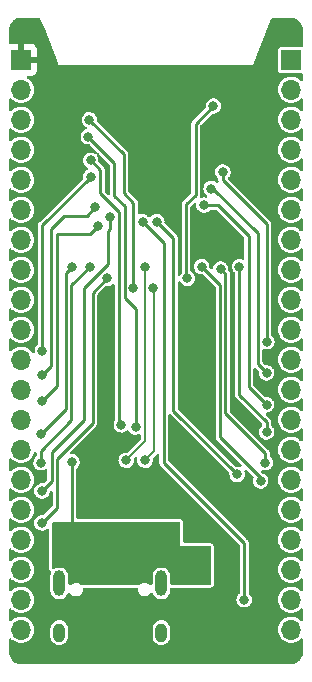
<source format=gbr>
%TF.GenerationSoftware,KiCad,Pcbnew,6.0.4*%
%TF.CreationDate,2022-04-14T12:40:58+02:00*%
%TF.ProjectId,esp32-s2-mini-1,65737033-322d-4733-922d-6d696e692d31,rev?*%
%TF.SameCoordinates,Original*%
%TF.FileFunction,Copper,L2,Bot*%
%TF.FilePolarity,Positive*%
%FSLAX46Y46*%
G04 Gerber Fmt 4.6, Leading zero omitted, Abs format (unit mm)*
G04 Created by KiCad (PCBNEW 6.0.4) date 2022-04-14 12:40:58*
%MOMM*%
%LPD*%
G01*
G04 APERTURE LIST*
G04 Aperture macros list*
%AMRoundRect*
0 Rectangle with rounded corners*
0 $1 Rounding radius*
0 $2 $3 $4 $5 $6 $7 $8 $9 X,Y pos of 4 corners*
0 Add a 4 corners polygon primitive as box body*
4,1,4,$2,$3,$4,$5,$6,$7,$8,$9,$2,$3,0*
0 Add four circle primitives for the rounded corners*
1,1,$1+$1,$2,$3*
1,1,$1+$1,$4,$5*
1,1,$1+$1,$6,$7*
1,1,$1+$1,$8,$9*
0 Add four rect primitives between the rounded corners*
20,1,$1+$1,$2,$3,$4,$5,0*
20,1,$1+$1,$4,$5,$6,$7,0*
20,1,$1+$1,$6,$7,$8,$9,0*
20,1,$1+$1,$8,$9,$2,$3,0*%
G04 Aperture macros list end*
%TA.AperFunction,ComponentPad*%
%ADD10RoundRect,0.500000X0.000000X-0.300000X0.000000X-0.300000X0.000000X0.300000X0.000000X0.300000X0*%
%TD*%
%TA.AperFunction,ComponentPad*%
%ADD11RoundRect,0.500000X0.000000X-0.600000X0.000000X-0.600000X0.000000X0.600000X0.000000X0.600000X0*%
%TD*%
%TA.AperFunction,ComponentPad*%
%ADD12R,1.700000X1.700000*%
%TD*%
%TA.AperFunction,ComponentPad*%
%ADD13O,1.700000X1.700000*%
%TD*%
%TA.AperFunction,ViaPad*%
%ADD14C,0.800000*%
%TD*%
%TA.AperFunction,Conductor*%
%ADD15C,0.250000*%
%TD*%
%TA.AperFunction,Conductor*%
%ADD16C,0.200000*%
%TD*%
G04 APERTURE END LIST*
D10*
%TO.P,J2,S1,SHIELD*%
%TO.N,GND*%
X151590000Y-133604000D03*
D11*
X142950000Y-129424000D03*
X151590000Y-129424000D03*
D10*
X142950000Y-133604000D03*
%TD*%
D12*
%TO.P,J1,1,Pin_1*%
%TO.N,+3V3*%
X139700000Y-85095000D03*
D13*
%TO.P,J1,2,Pin_2*%
%TO.N,/IO0_BOOT*%
X139700000Y-87635000D03*
%TO.P,J1,3,Pin_3*%
%TO.N,/IO1_APA_DTA*%
X139700000Y-90175000D03*
%TO.P,J1,4,Pin_4*%
%TO.N,/IO2_APA_CLK*%
X139700000Y-92715000D03*
%TO.P,J1,5,Pin_5*%
%TO.N,/IO3*%
X139700000Y-95255000D03*
%TO.P,J1,6,Pin_6*%
%TO.N,/IO4*%
X139700000Y-97795000D03*
%TO.P,J1,7,Pin_7*%
%TO.N,/IO5*%
X139700000Y-100335000D03*
%TO.P,J1,8,Pin_8*%
%TO.N,/IO6*%
X139700000Y-102875000D03*
%TO.P,J1,9,Pin_9*%
%TO.N,/IO7*%
X139700000Y-105415000D03*
%TO.P,J1,10,Pin_10*%
%TO.N,/IO8*%
X139700000Y-107955000D03*
%TO.P,J1,11,Pin_11*%
%TO.N,/IO9*%
X139700000Y-110495000D03*
%TO.P,J1,12,Pin_12*%
%TO.N,/IO10*%
X139700000Y-113035000D03*
%TO.P,J1,13,Pin_13*%
%TO.N,/IO11*%
X139700000Y-115575000D03*
%TO.P,J1,14,Pin_14*%
%TO.N,/IO12*%
X139700000Y-118115000D03*
%TO.P,J1,15,Pin_15*%
%TO.N,/IO13*%
X139700000Y-120655000D03*
%TO.P,J1,16,Pin_16*%
%TO.N,/IO14*%
X139700000Y-123195000D03*
%TO.P,J1,17,Pin_17*%
%TO.N,/IO15*%
X139700000Y-125735000D03*
%TO.P,J1,18,Pin_18*%
%TO.N,+5V*%
X139700000Y-128275000D03*
%TO.P,J1,19,Pin_19*%
%TO.N,GND*%
X139700000Y-130815000D03*
%TO.P,J1,20,Pin_20*%
X139700000Y-133355000D03*
%TD*%
D12*
%TO.P,J3,1,Pin_1*%
%TO.N,GND*%
X162560000Y-85095000D03*
D13*
%TO.P,J3,2,Pin_2*%
%TO.N,/RESET*%
X162560000Y-87635000D03*
%TO.P,J3,3,Pin_3*%
%TO.N,/IO46*%
X162560000Y-90175000D03*
%TO.P,J3,4,Pin_4*%
%TO.N,/IO45*%
X162560000Y-92715000D03*
%TO.P,J3,5,Pin_5*%
%TO.N,/RX*%
X162560000Y-95255000D03*
%TO.P,J3,6,Pin_6*%
%TO.N,/TX*%
X162560000Y-97795000D03*
%TO.P,J3,7,Pin_7*%
%TO.N,/IO42*%
X162560000Y-100335000D03*
%TO.P,J3,8,Pin_8*%
%TO.N,/IO41*%
X162560000Y-102875000D03*
%TO.P,J3,9,Pin_9*%
%TO.N,/IO40*%
X162560000Y-105415000D03*
%TO.P,J3,10,Pin_10*%
%TO.N,/IO39*%
X162560000Y-107955000D03*
%TO.P,J3,11,Pin_11*%
%TO.N,/IO38*%
X162560000Y-110495000D03*
%TO.P,J3,12,Pin_12*%
%TO.N,/IO37*%
X162560000Y-113035000D03*
%TO.P,J3,13,Pin_13*%
%TO.N,/IO36*%
X162560000Y-115575000D03*
%TO.P,J3,14,Pin_14*%
%TO.N,/IO35*%
X162560000Y-118115000D03*
%TO.P,J3,15,Pin_15*%
%TO.N,/IO34*%
X162560000Y-120655000D03*
%TO.P,J3,16,Pin_16*%
%TO.N,/IO33*%
X162560000Y-123195000D03*
%TO.P,J3,17,Pin_17*%
%TO.N,/IO18*%
X162560000Y-125735000D03*
%TO.P,J3,18,Pin_18*%
%TO.N,/IO17*%
X162560000Y-128275000D03*
%TO.P,J3,19,Pin_19*%
%TO.N,GND*%
X162560000Y-130815000D03*
%TO.P,J3,20,Pin_20*%
X162560000Y-133355000D03*
%TD*%
D14*
%TO.N,+5V*%
X144018000Y-119126000D03*
X143002000Y-126492000D03*
X152400000Y-127013511D03*
%TO.N,+3V3*%
X142494000Y-88646000D03*
X146558000Y-112776000D03*
X155702000Y-112776000D03*
X156718000Y-125476000D03*
%TO.N,USB_N*%
X150200000Y-102600000D03*
X148600000Y-119000000D03*
%TO.N,USB_P*%
X150200000Y-119000000D03*
X150899500Y-104400000D03*
%TO.N,/IO9*%
X141500000Y-109728000D03*
X145600000Y-95000000D03*
%TO.N,/IO10*%
X146000000Y-97600000D03*
X141478000Y-111760000D03*
%TO.N,/IO11*%
X141478000Y-114000000D03*
X146200000Y-99200000D03*
%TO.N,/IO12*%
X144018000Y-102616000D03*
X141400000Y-116800000D03*
%TO.N,/IO13*%
X145533394Y-102616000D03*
X141400000Y-119200000D03*
%TO.N,/IO14*%
X141478000Y-121600000D03*
X147200000Y-98400000D03*
%TO.N,/IO15*%
X147000000Y-103600000D03*
X141478000Y-124300000D03*
%TO.N,/IO33*%
X160000000Y-120750000D03*
X155000000Y-102600000D03*
%TO.N,/IO18*%
X158000000Y-120200000D03*
X151200000Y-98800000D03*
%TO.N,/IO17*%
X150000000Y-98800000D03*
X158600000Y-130800000D03*
%TO.N,/IO38*%
X156800000Y-94600000D03*
X160528000Y-108966000D03*
%TO.N,/IO37*%
X160500000Y-111600000D03*
X155800000Y-96000000D03*
%TO.N,/IO36*%
X155200000Y-97400000D03*
X160500000Y-114300000D03*
%TO.N,/IO35*%
X160500000Y-116600000D03*
X158200000Y-102600000D03*
%TO.N,/IO34*%
X160400000Y-119200000D03*
X156600000Y-102800000D03*
%TO.N,/IO0_BOOT*%
X149225000Y-104394000D03*
X145500000Y-90170000D03*
%TO.N,/RESET*%
X153800000Y-103600000D03*
X156000000Y-89000000D03*
%TO.N,/IO1_APA_DTA*%
X149400000Y-116200000D03*
X145400000Y-91600000D03*
%TO.N,/IO2_APA_CLK*%
X148200000Y-116000000D03*
X145600000Y-93600000D03*
%TD*%
D15*
%TO.N,+5V*%
X144018000Y-125476000D02*
X144018000Y-119126000D01*
X143002000Y-126492000D02*
X144018000Y-125476000D01*
D16*
%TO.N,USB_N*%
X148600000Y-119000000D02*
X150200000Y-117400000D01*
X150200000Y-117400000D02*
X150200000Y-102600000D01*
%TO.N,USB_P*%
X150200000Y-119000000D02*
X151000000Y-118200000D01*
X151000000Y-104500500D02*
X150899500Y-104400000D01*
X151000000Y-118200000D02*
X151000000Y-104500500D01*
D15*
%TO.N,/IO9*%
X141500000Y-99100000D02*
X141500000Y-109728000D01*
X145600000Y-95000000D02*
X141500000Y-99100000D01*
%TO.N,/IO10*%
X142240000Y-110998000D02*
X141478000Y-111760000D01*
X146000000Y-97600000D02*
X145302000Y-98298000D01*
X142240000Y-99440282D02*
X142240000Y-110998000D01*
X143382282Y-98298000D02*
X142240000Y-99440282D01*
X145302000Y-98298000D02*
X143382282Y-98298000D01*
%TO.N,/IO11*%
X142748000Y-112730000D02*
X141478000Y-114000000D01*
X146200000Y-99200000D02*
X145578000Y-99822000D01*
X142748000Y-99822000D02*
X142748000Y-112730000D01*
X145578000Y-99822000D02*
X142748000Y-99822000D01*
%TO.N,/IO12*%
X143510000Y-103124000D02*
X144018000Y-102616000D01*
X143510000Y-114690000D02*
X143510000Y-103124000D01*
X141400000Y-116800000D02*
X143510000Y-114690000D01*
%TO.N,/IO13*%
X141400000Y-118186124D02*
X143959520Y-115626604D01*
X143959520Y-115626604D02*
X143959520Y-104189874D01*
X143959520Y-104189874D02*
X145533394Y-102616000D01*
X141400000Y-119200000D02*
X141400000Y-118186124D01*
%TO.N,/IO14*%
X147200000Y-99424614D02*
X147200000Y-98400000D01*
X142298480Y-120779520D02*
X142298480Y-118305520D01*
X147028511Y-102395182D02*
X147028511Y-99596103D01*
X147028511Y-99596103D02*
X147200000Y-99424614D01*
X145034000Y-104389693D02*
X147028511Y-102395182D01*
X141478000Y-121600000D02*
X142298480Y-120779520D01*
X142298480Y-118305520D02*
X145034000Y-115570000D01*
X145034000Y-115570000D02*
X145034000Y-104389693D01*
%TO.N,/IO15*%
X142748000Y-123030000D02*
X142748000Y-118872000D01*
X145796000Y-104804000D02*
X147000000Y-103600000D01*
X142748000Y-118872000D02*
X145796000Y-115824000D01*
X145796000Y-115824000D02*
X145796000Y-104804000D01*
X141478000Y-124300000D02*
X142748000Y-123030000D01*
%TO.N,/IO33*%
X160000000Y-120750000D02*
X160000000Y-120500000D01*
X156550480Y-104150480D02*
X155000000Y-102600000D01*
X156550480Y-117050480D02*
X156550480Y-104150480D01*
X160000000Y-120500000D02*
X156550480Y-117050480D01*
%TO.N,/IO18*%
X152600000Y-100200000D02*
X151200000Y-98800000D01*
X158000000Y-120200000D02*
X152600000Y-114800000D01*
X152600000Y-114800000D02*
X152600000Y-100200000D01*
%TO.N,/IO17*%
X151800000Y-100600000D02*
X150000000Y-98800000D01*
X158600000Y-126000000D02*
X151800000Y-119200000D01*
X151800000Y-119200000D02*
X151800000Y-100600000D01*
X158600000Y-130800000D02*
X158600000Y-126000000D01*
%TO.N,/IO38*%
X160500000Y-99000000D02*
X156800000Y-95300000D01*
X160528000Y-108966000D02*
X160500000Y-108938000D01*
X156800000Y-95300000D02*
X156800000Y-94600000D01*
X160500000Y-108938000D02*
X160500000Y-99000000D01*
%TO.N,/IO37*%
X160500000Y-111600000D02*
X159775489Y-110875489D01*
X159775489Y-110875489D02*
X159775489Y-99775489D01*
X156000000Y-96000000D02*
X155800000Y-96000000D01*
X159775489Y-99775489D02*
X156000000Y-96000000D01*
%TO.N,/IO36*%
X156400000Y-97400000D02*
X155200000Y-97400000D01*
X159000000Y-112800000D02*
X159000000Y-100000000D01*
X160500000Y-114300000D02*
X159000000Y-112800000D01*
X159000000Y-100000000D02*
X156400000Y-97400000D01*
%TO.N,/IO35*%
X158200000Y-113450000D02*
X158200000Y-102600000D01*
X160500000Y-116600000D02*
X160500000Y-115750000D01*
X160500000Y-115750000D02*
X158200000Y-113450000D01*
%TO.N,/IO34*%
X157000000Y-103200000D02*
X156600000Y-102800000D01*
X160400000Y-119200000D02*
X160400000Y-118400000D01*
X160400000Y-118400000D02*
X157000000Y-115000000D01*
X157000000Y-115000000D02*
X157000000Y-103200000D01*
%TO.N,/IO0_BOOT*%
X148400000Y-93070000D02*
X148400000Y-96400000D01*
X148400000Y-96400000D02*
X149225000Y-97225000D01*
X145500000Y-90170000D02*
X148400000Y-93070000D01*
X149225000Y-97225000D02*
X149225000Y-104394000D01*
%TO.N,/RESET*%
X153800000Y-103600000D02*
X153670000Y-103470000D01*
X153670000Y-103470000D02*
X153670000Y-97330000D01*
X154500000Y-90500000D02*
X156000000Y-89000000D01*
X153670000Y-97330000D02*
X154500000Y-96500000D01*
X154500000Y-96500000D02*
X154500000Y-90500000D01*
%TO.N,/IO1_APA_DTA*%
X149400000Y-106200000D02*
X148500489Y-105300489D01*
X147600000Y-93800000D02*
X145400000Y-91600000D01*
X148500489Y-105300489D02*
X148500489Y-97500489D01*
X149400000Y-116200000D02*
X149400000Y-106200000D01*
X148500489Y-97500489D02*
X147600000Y-96600000D01*
X147600000Y-96600000D02*
X147600000Y-93800000D01*
%TO.N,/IO2_APA_CLK*%
X148200000Y-116000000D02*
X148000000Y-115800000D01*
X146400000Y-96400000D02*
X146400000Y-94400000D01*
X146400000Y-94400000D02*
X145600000Y-93600000D01*
X148000000Y-98000000D02*
X146400000Y-96400000D01*
X148000000Y-115800000D02*
X148000000Y-98000000D01*
%TD*%
%TA.AperFunction,Conductor*%
%TO.N,+5V*%
G36*
X153106823Y-124207596D02*
G01*
X153153633Y-124260975D01*
X153165331Y-124314360D01*
X153159834Y-126219276D01*
X153173176Y-126219399D01*
X153173177Y-126219399D01*
X155682851Y-126242500D01*
X155750785Y-126263129D01*
X155796782Y-126317210D01*
X155807689Y-126367730D01*
X155818980Y-128228982D01*
X155826055Y-129395343D01*
X155806466Y-129463584D01*
X155753094Y-129510401D01*
X155700053Y-129522107D01*
X152466494Y-129521975D01*
X152398375Y-129501970D01*
X152351884Y-129448313D01*
X152340500Y-129395975D01*
X152340500Y-128774134D01*
X152340163Y-128770884D01*
X152330353Y-128676339D01*
X152330352Y-128676335D01*
X152329641Y-128669481D01*
X152274256Y-128503471D01*
X152182166Y-128354655D01*
X152058311Y-128231016D01*
X151909334Y-128139186D01*
X151799814Y-128102859D01*
X151749759Y-128086256D01*
X151749757Y-128086255D01*
X151743228Y-128084090D01*
X151639866Y-128073500D01*
X151540134Y-128073500D01*
X151536888Y-128073837D01*
X151536884Y-128073837D01*
X151442339Y-128083647D01*
X151442335Y-128083648D01*
X151435481Y-128084359D01*
X151428945Y-128086540D01*
X151428943Y-128086540D01*
X151380029Y-128102859D01*
X151269471Y-128139744D01*
X151120655Y-128231834D01*
X150997016Y-128355689D01*
X150905186Y-128504666D01*
X150850090Y-128670772D01*
X150839500Y-128774134D01*
X150839500Y-129395903D01*
X150819498Y-129464024D01*
X150765842Y-129510517D01*
X150713495Y-129521903D01*
X150712836Y-129521903D01*
X150595002Y-129521898D01*
X150526882Y-129501893D01*
X150518303Y-129495860D01*
X150466789Y-129456332D01*
X150466786Y-129456330D01*
X150460233Y-129451302D01*
X150320236Y-129393313D01*
X150207720Y-129378500D01*
X150132280Y-129378500D01*
X150019764Y-129393313D01*
X149879767Y-129451302D01*
X149821742Y-129495826D01*
X149755522Y-129521426D01*
X149745034Y-129521863D01*
X144794693Y-129521661D01*
X144726573Y-129501656D01*
X144717994Y-129495623D01*
X144666789Y-129456332D01*
X144666786Y-129456330D01*
X144660233Y-129451302D01*
X144520236Y-129393313D01*
X144407720Y-129378500D01*
X144332280Y-129378500D01*
X144219764Y-129393313D01*
X144079767Y-129451302D01*
X144022051Y-129495589D01*
X143955831Y-129521189D01*
X143945343Y-129521626D01*
X143826495Y-129521621D01*
X143758375Y-129501616D01*
X143711884Y-129447958D01*
X143700500Y-129395621D01*
X143700500Y-128774134D01*
X143700163Y-128770884D01*
X143690353Y-128676339D01*
X143690352Y-128676335D01*
X143689641Y-128669481D01*
X143634256Y-128503471D01*
X143542166Y-128354655D01*
X143418311Y-128231016D01*
X143269334Y-128139186D01*
X143159814Y-128102859D01*
X143109759Y-128086256D01*
X143109757Y-128086255D01*
X143103228Y-128084090D01*
X142999866Y-128073500D01*
X142900134Y-128073500D01*
X142896888Y-128073837D01*
X142896884Y-128073837D01*
X142802339Y-128083647D01*
X142802335Y-128083648D01*
X142795481Y-128084359D01*
X142788945Y-128086540D01*
X142788943Y-128086540D01*
X142740029Y-128102859D01*
X142629471Y-128139744D01*
X142515703Y-128210145D01*
X142447253Y-128228982D01*
X142379483Y-128207820D01*
X142333912Y-128153379D01*
X142323402Y-128102859D01*
X142327558Y-124376641D01*
X142347636Y-124308545D01*
X142401344Y-124262112D01*
X142452811Y-124250786D01*
X153038585Y-124187998D01*
X153106823Y-124207596D01*
G37*
%TD.AperFunction*%
%TD*%
%TA.AperFunction,Conductor*%
%TO.N,+3V3*%
G36*
X141299660Y-81550502D02*
G01*
X141348833Y-81610476D01*
X141708487Y-82527076D01*
X142822859Y-85367115D01*
X142875000Y-85500000D01*
X159385000Y-85500000D01*
X160911167Y-81610476D01*
X160954669Y-81554369D01*
X161028461Y-81530500D01*
X162520217Y-81530500D01*
X162541502Y-81532749D01*
X162544234Y-81532788D01*
X162556372Y-81535382D01*
X162568577Y-81533134D01*
X162579930Y-81533295D01*
X162590706Y-81533910D01*
X162627455Y-81537593D01*
X162722447Y-81547114D01*
X162743640Y-81551093D01*
X162893954Y-81592899D01*
X162914162Y-81600435D01*
X163055131Y-81667257D01*
X163073757Y-81678128D01*
X163201280Y-81768021D01*
X163217779Y-81781911D01*
X163328089Y-81892221D01*
X163341979Y-81908720D01*
X163431872Y-82036243D01*
X163442743Y-82054869D01*
X163509565Y-82195838D01*
X163517101Y-82216046D01*
X163558907Y-82366360D01*
X163562887Y-82387557D01*
X163576090Y-82519293D01*
X163576705Y-82530072D01*
X163576866Y-82541424D01*
X163574618Y-82553628D01*
X163577211Y-82565762D01*
X163577250Y-82568507D01*
X163579497Y-82589782D01*
X163579406Y-83870354D01*
X163559399Y-83938473D01*
X163505740Y-83984962D01*
X163441055Y-83995738D01*
X163440743Y-83995707D01*
X163434674Y-83994500D01*
X161685326Y-83994500D01*
X161612260Y-84009034D01*
X161529399Y-84064399D01*
X161474034Y-84147260D01*
X161459500Y-84220326D01*
X161459500Y-85969674D01*
X161474034Y-86042740D01*
X161529399Y-86125601D01*
X161612260Y-86180966D01*
X161685326Y-86195500D01*
X163434674Y-86195500D01*
X163440745Y-86194292D01*
X163440881Y-86194279D01*
X163510634Y-86207507D01*
X163562163Y-86256347D01*
X163579232Y-86319680D01*
X163579213Y-86577440D01*
X163579198Y-86790318D01*
X163559191Y-86858437D01*
X163505532Y-86904926D01*
X163435257Y-86915025D01*
X163367669Y-86882834D01*
X163237053Y-86762094D01*
X163237051Y-86762092D01*
X163232812Y-86758174D01*
X163205374Y-86740862D01*
X163066637Y-86653325D01*
X163061757Y-86650246D01*
X162873898Y-86575298D01*
X162675526Y-86535839D01*
X162669752Y-86535763D01*
X162669748Y-86535763D01*
X162567257Y-86534422D01*
X162473286Y-86533192D01*
X162467589Y-86534171D01*
X162467588Y-86534171D01*
X162279646Y-86566465D01*
X162279645Y-86566465D01*
X162273949Y-86567444D01*
X162084193Y-86637449D01*
X162079232Y-86640401D01*
X162079231Y-86640401D01*
X162043747Y-86661512D01*
X161910371Y-86740862D01*
X161758305Y-86874220D01*
X161633089Y-87033057D01*
X161538914Y-87212053D01*
X161478937Y-87405213D01*
X161455164Y-87606069D01*
X161468392Y-87807894D01*
X161518178Y-88003928D01*
X161602856Y-88187607D01*
X161719588Y-88352780D01*
X161723730Y-88356815D01*
X161751686Y-88384048D01*
X161864466Y-88493913D01*
X162032637Y-88606282D01*
X162037940Y-88608560D01*
X162037943Y-88608562D01*
X162126291Y-88646519D01*
X162218470Y-88686122D01*
X162415740Y-88730760D01*
X162421509Y-88730987D01*
X162421512Y-88730987D01*
X162497683Y-88733979D01*
X162617842Y-88738700D01*
X162704132Y-88726189D01*
X162812286Y-88710508D01*
X162812291Y-88710507D01*
X162818007Y-88709678D01*
X162823479Y-88707820D01*
X162823481Y-88707820D01*
X163004067Y-88646519D01*
X163004069Y-88646518D01*
X163009531Y-88644664D01*
X163186001Y-88545837D01*
X163248433Y-88493913D01*
X163337073Y-88420191D01*
X163341505Y-88416505D01*
X163347875Y-88408846D01*
X163356205Y-88398831D01*
X163415143Y-88359248D01*
X163486126Y-88357813D01*
X163546615Y-88394982D01*
X163577408Y-88458953D01*
X163579078Y-88479409D01*
X163579073Y-88545837D01*
X163579017Y-89330151D01*
X163559010Y-89398270D01*
X163505351Y-89444759D01*
X163435076Y-89454858D01*
X163367488Y-89422667D01*
X163237053Y-89302094D01*
X163237051Y-89302092D01*
X163232812Y-89298174D01*
X163205374Y-89280862D01*
X163066637Y-89193325D01*
X163061757Y-89190246D01*
X162873898Y-89115298D01*
X162675526Y-89075839D01*
X162669752Y-89075763D01*
X162669748Y-89075763D01*
X162567257Y-89074422D01*
X162473286Y-89073192D01*
X162467589Y-89074171D01*
X162467588Y-89074171D01*
X162279646Y-89106465D01*
X162279645Y-89106465D01*
X162273949Y-89107444D01*
X162084193Y-89177449D01*
X161910371Y-89280862D01*
X161758305Y-89414220D01*
X161633089Y-89573057D01*
X161538914Y-89752053D01*
X161478937Y-89945213D01*
X161455164Y-90146069D01*
X161468392Y-90347894D01*
X161469815Y-90353496D01*
X161509060Y-90508024D01*
X161518178Y-90543928D01*
X161602856Y-90727607D01*
X161719588Y-90892780D01*
X161723730Y-90896815D01*
X161754421Y-90926713D01*
X161864466Y-91033913D01*
X162032637Y-91146282D01*
X162037940Y-91148560D01*
X162037943Y-91148562D01*
X162126291Y-91186519D01*
X162218470Y-91226122D01*
X162415740Y-91270760D01*
X162421509Y-91270987D01*
X162421512Y-91270987D01*
X162497683Y-91273979D01*
X162617842Y-91278700D01*
X162704132Y-91266189D01*
X162812286Y-91250508D01*
X162812291Y-91250507D01*
X162818007Y-91249678D01*
X162823479Y-91247820D01*
X162823481Y-91247820D01*
X163004067Y-91186519D01*
X163004069Y-91186518D01*
X163009531Y-91184664D01*
X163186001Y-91085837D01*
X163248433Y-91033913D01*
X163337073Y-90960191D01*
X163341505Y-90956505D01*
X163356022Y-90939050D01*
X163414959Y-90899467D01*
X163485941Y-90898030D01*
X163546431Y-90935198D01*
X163577225Y-90999168D01*
X163578896Y-91019627D01*
X163578891Y-91085837D01*
X163578835Y-91869983D01*
X163558828Y-91938102D01*
X163505169Y-91984591D01*
X163434894Y-91994690D01*
X163367306Y-91962499D01*
X163363264Y-91958762D01*
X163232812Y-91838174D01*
X163205374Y-91820862D01*
X163066637Y-91733325D01*
X163061757Y-91730246D01*
X162873898Y-91655298D01*
X162675526Y-91615839D01*
X162669752Y-91615763D01*
X162669748Y-91615763D01*
X162567257Y-91614422D01*
X162473286Y-91613192D01*
X162467589Y-91614171D01*
X162467588Y-91614171D01*
X162279646Y-91646465D01*
X162279645Y-91646465D01*
X162273949Y-91647444D01*
X162084193Y-91717449D01*
X162079232Y-91720401D01*
X162079231Y-91720401D01*
X162018109Y-91756765D01*
X161910371Y-91820862D01*
X161758305Y-91954220D01*
X161633089Y-92113057D01*
X161538914Y-92292053D01*
X161478937Y-92485213D01*
X161455164Y-92686069D01*
X161468392Y-92887894D01*
X161484137Y-92949889D01*
X161511686Y-93058364D01*
X161518178Y-93083928D01*
X161602856Y-93267607D01*
X161719588Y-93432780D01*
X161723730Y-93436815D01*
X161754421Y-93466713D01*
X161864466Y-93573913D01*
X162032637Y-93686282D01*
X162037940Y-93688560D01*
X162037943Y-93688562D01*
X162192266Y-93754864D01*
X162218470Y-93766122D01*
X162415740Y-93810760D01*
X162421509Y-93810987D01*
X162421512Y-93810987D01*
X162497683Y-93813979D01*
X162617842Y-93818700D01*
X162704132Y-93806189D01*
X162812286Y-93790508D01*
X162812291Y-93790507D01*
X162818007Y-93789678D01*
X162823479Y-93787820D01*
X162823481Y-93787820D01*
X163004067Y-93726519D01*
X163004069Y-93726518D01*
X163009531Y-93724664D01*
X163186001Y-93625837D01*
X163248433Y-93573913D01*
X163337073Y-93500191D01*
X163341505Y-93496505D01*
X163355841Y-93479268D01*
X163414779Y-93439685D01*
X163485761Y-93438249D01*
X163546251Y-93475417D01*
X163577044Y-93539388D01*
X163578715Y-93559845D01*
X163578698Y-93790508D01*
X163578654Y-94409816D01*
X163558647Y-94477935D01*
X163504988Y-94524424D01*
X163434713Y-94534523D01*
X163367126Y-94502333D01*
X163232812Y-94378174D01*
X163205374Y-94360862D01*
X163066637Y-94273325D01*
X163061757Y-94270246D01*
X162873898Y-94195298D01*
X162675526Y-94155839D01*
X162669752Y-94155763D01*
X162669748Y-94155763D01*
X162567257Y-94154422D01*
X162473286Y-94153192D01*
X162467589Y-94154171D01*
X162467588Y-94154171D01*
X162279646Y-94186465D01*
X162279645Y-94186465D01*
X162273949Y-94187444D01*
X162084193Y-94257449D01*
X162079232Y-94260401D01*
X162079231Y-94260401D01*
X161933557Y-94347068D01*
X161910371Y-94360862D01*
X161758305Y-94494220D01*
X161633089Y-94653057D01*
X161538914Y-94832053D01*
X161478937Y-95025213D01*
X161455164Y-95226069D01*
X161468392Y-95427894D01*
X161484914Y-95492949D01*
X161516732Y-95618233D01*
X161518178Y-95623928D01*
X161602856Y-95807607D01*
X161606189Y-95812323D01*
X161699656Y-95944576D01*
X161719588Y-95972780D01*
X161723730Y-95976815D01*
X161754421Y-96006713D01*
X161864466Y-96113913D01*
X162032637Y-96226282D01*
X162037940Y-96228560D01*
X162037943Y-96228562D01*
X162198378Y-96297490D01*
X162218470Y-96306122D01*
X162415740Y-96350760D01*
X162421509Y-96350987D01*
X162421512Y-96350987D01*
X162497683Y-96353979D01*
X162617842Y-96358700D01*
X162716035Y-96344463D01*
X162812286Y-96330508D01*
X162812291Y-96330507D01*
X162818007Y-96329678D01*
X162823479Y-96327820D01*
X162823481Y-96327820D01*
X163004067Y-96266519D01*
X163004069Y-96266518D01*
X163009531Y-96264664D01*
X163186001Y-96165837D01*
X163248433Y-96113913D01*
X163337073Y-96040191D01*
X163341505Y-96036505D01*
X163347875Y-96028846D01*
X163355661Y-96019485D01*
X163414599Y-95979902D01*
X163485581Y-95978467D01*
X163546071Y-96015636D01*
X163576864Y-96079607D01*
X163578534Y-96100063D01*
X163578517Y-96330508D01*
X163578473Y-96949648D01*
X163558466Y-97017767D01*
X163504807Y-97064256D01*
X163434532Y-97074355D01*
X163366944Y-97042164D01*
X163237053Y-96922094D01*
X163237051Y-96922092D01*
X163232812Y-96918174D01*
X163205374Y-96900862D01*
X163066637Y-96813325D01*
X163061757Y-96810246D01*
X162873898Y-96735298D01*
X162675526Y-96695839D01*
X162669752Y-96695763D01*
X162669748Y-96695763D01*
X162567257Y-96694422D01*
X162473286Y-96693192D01*
X162467589Y-96694171D01*
X162467588Y-96694171D01*
X162279646Y-96726465D01*
X162279645Y-96726465D01*
X162273949Y-96727444D01*
X162084193Y-96797449D01*
X162079232Y-96800401D01*
X162079231Y-96800401D01*
X161956183Y-96873607D01*
X161910371Y-96900862D01*
X161758305Y-97034220D01*
X161633089Y-97193057D01*
X161538914Y-97372053D01*
X161478937Y-97565213D01*
X161455164Y-97766069D01*
X161468392Y-97967894D01*
X161486239Y-98038166D01*
X161515083Y-98151740D01*
X161518178Y-98163928D01*
X161602856Y-98347607D01*
X161620743Y-98372917D01*
X161658615Y-98426504D01*
X161719588Y-98512780D01*
X161723730Y-98516815D01*
X161822359Y-98612894D01*
X161864466Y-98653913D01*
X161869270Y-98657123D01*
X161899085Y-98677045D01*
X162032637Y-98766282D01*
X162037940Y-98768560D01*
X162037943Y-98768562D01*
X162185765Y-98832071D01*
X162218470Y-98846122D01*
X162415740Y-98890760D01*
X162421509Y-98890987D01*
X162421512Y-98890987D01*
X162497683Y-98893979D01*
X162617842Y-98898700D01*
X162718325Y-98884131D01*
X162812286Y-98870508D01*
X162812291Y-98870507D01*
X162818007Y-98869678D01*
X162823479Y-98867820D01*
X162823481Y-98867820D01*
X163004067Y-98806519D01*
X163004069Y-98806518D01*
X163009531Y-98804664D01*
X163186001Y-98705837D01*
X163221244Y-98676526D01*
X163297752Y-98612894D01*
X163341505Y-98576505D01*
X163345191Y-98572073D01*
X163345196Y-98572068D01*
X163355479Y-98559704D01*
X163414416Y-98520120D01*
X163485398Y-98518683D01*
X163545889Y-98555851D01*
X163576682Y-98619822D01*
X163578353Y-98640280D01*
X163578334Y-98897871D01*
X163578292Y-99489481D01*
X163558285Y-99557600D01*
X163504626Y-99604089D01*
X163434351Y-99614188D01*
X163366763Y-99581997D01*
X163363264Y-99578762D01*
X163240162Y-99464968D01*
X163237053Y-99462094D01*
X163237051Y-99462092D01*
X163232812Y-99458174D01*
X163220363Y-99450319D01*
X163066637Y-99353325D01*
X163061757Y-99350246D01*
X162873898Y-99275298D01*
X162675526Y-99235839D01*
X162669752Y-99235763D01*
X162669748Y-99235763D01*
X162567257Y-99234422D01*
X162473286Y-99233192D01*
X162467589Y-99234171D01*
X162467588Y-99234171D01*
X162279646Y-99266465D01*
X162279645Y-99266465D01*
X162273949Y-99267444D01*
X162084193Y-99337449D01*
X162079232Y-99340401D01*
X162079231Y-99340401D01*
X161951169Y-99416590D01*
X161910371Y-99440862D01*
X161758305Y-99574220D01*
X161633089Y-99733057D01*
X161538914Y-99912053D01*
X161478937Y-100105213D01*
X161455164Y-100306069D01*
X161468392Y-100507894D01*
X161518178Y-100703928D01*
X161602856Y-100887607D01*
X161719588Y-101052780D01*
X161723730Y-101056815D01*
X161754421Y-101086713D01*
X161864466Y-101193913D01*
X162032637Y-101306282D01*
X162037940Y-101308560D01*
X162037943Y-101308562D01*
X162126291Y-101346519D01*
X162218470Y-101386122D01*
X162415740Y-101430760D01*
X162421509Y-101430987D01*
X162421512Y-101430987D01*
X162497683Y-101433979D01*
X162617842Y-101438700D01*
X162704132Y-101426189D01*
X162812286Y-101410508D01*
X162812291Y-101410507D01*
X162818007Y-101409678D01*
X162823479Y-101407820D01*
X162823481Y-101407820D01*
X163004067Y-101346519D01*
X163004069Y-101346518D01*
X163009531Y-101344664D01*
X163186001Y-101245837D01*
X163248433Y-101193913D01*
X163337073Y-101120191D01*
X163341505Y-101116505D01*
X163345191Y-101112073D01*
X163345198Y-101112066D01*
X163355299Y-101099921D01*
X163414236Y-101060337D01*
X163485218Y-101058902D01*
X163545709Y-101096070D01*
X163576501Y-101160041D01*
X163578172Y-101180499D01*
X163578153Y-101438473D01*
X163578111Y-102029314D01*
X163558104Y-102097433D01*
X163504445Y-102143922D01*
X163434170Y-102154021D01*
X163366583Y-102121831D01*
X163232812Y-101998174D01*
X163217076Y-101988245D01*
X163066637Y-101893325D01*
X163061757Y-101890246D01*
X162873898Y-101815298D01*
X162675526Y-101775839D01*
X162669752Y-101775763D01*
X162669748Y-101775763D01*
X162567257Y-101774422D01*
X162473286Y-101773192D01*
X162467589Y-101774171D01*
X162467588Y-101774171D01*
X162279646Y-101806465D01*
X162279645Y-101806465D01*
X162273949Y-101807444D01*
X162084193Y-101877449D01*
X162079232Y-101880401D01*
X162079231Y-101880401D01*
X161935606Y-101965849D01*
X161910371Y-101980862D01*
X161758305Y-102114220D01*
X161633089Y-102273057D01*
X161538914Y-102452053D01*
X161478937Y-102645213D01*
X161455164Y-102846069D01*
X161468392Y-103047894D01*
X161488997Y-103129025D01*
X161514694Y-103230208D01*
X161518178Y-103243928D01*
X161602856Y-103427607D01*
X161719588Y-103592780D01*
X161723730Y-103596815D01*
X161754421Y-103626713D01*
X161864466Y-103733913D01*
X162032637Y-103846282D01*
X162037940Y-103848560D01*
X162037943Y-103848562D01*
X162208524Y-103921849D01*
X162218470Y-103926122D01*
X162415740Y-103970760D01*
X162421509Y-103970987D01*
X162421512Y-103970987D01*
X162497683Y-103973979D01*
X162617842Y-103978700D01*
X162704132Y-103966189D01*
X162812286Y-103950508D01*
X162812291Y-103950507D01*
X162818007Y-103949678D01*
X162823479Y-103947820D01*
X162823481Y-103947820D01*
X163004067Y-103886519D01*
X163004069Y-103886518D01*
X163009531Y-103884664D01*
X163186001Y-103785837D01*
X163248433Y-103733913D01*
X163297068Y-103693463D01*
X163341505Y-103656505D01*
X163345191Y-103652073D01*
X163345195Y-103652069D01*
X163355115Y-103640141D01*
X163414051Y-103600556D01*
X163485033Y-103599119D01*
X163545524Y-103636286D01*
X163576319Y-103700256D01*
X163577990Y-103720718D01*
X163577953Y-104243137D01*
X163577941Y-104420401D01*
X163577930Y-104569146D01*
X163557923Y-104637265D01*
X163504264Y-104683754D01*
X163433990Y-104693853D01*
X163366401Y-104661662D01*
X163237053Y-104542094D01*
X163237051Y-104542092D01*
X163232812Y-104538174D01*
X163205374Y-104520862D01*
X163066637Y-104433325D01*
X163061757Y-104430246D01*
X162873898Y-104355298D01*
X162675526Y-104315839D01*
X162669752Y-104315763D01*
X162669748Y-104315763D01*
X162567257Y-104314422D01*
X162473286Y-104313192D01*
X162467589Y-104314171D01*
X162467588Y-104314171D01*
X162279646Y-104346465D01*
X162279645Y-104346465D01*
X162273949Y-104347444D01*
X162084193Y-104417449D01*
X161910371Y-104520862D01*
X161758305Y-104654220D01*
X161633089Y-104813057D01*
X161538914Y-104992053D01*
X161478937Y-105185213D01*
X161455164Y-105386069D01*
X161468392Y-105587894D01*
X161518178Y-105783928D01*
X161602856Y-105967607D01*
X161606189Y-105972323D01*
X161679946Y-106076687D01*
X161719588Y-106132780D01*
X161723730Y-106136815D01*
X161754421Y-106166713D01*
X161864466Y-106273913D01*
X162032637Y-106386282D01*
X162037940Y-106388560D01*
X162037943Y-106388562D01*
X162126291Y-106426519D01*
X162218470Y-106466122D01*
X162415740Y-106510760D01*
X162421509Y-106510987D01*
X162421512Y-106510987D01*
X162497683Y-106513979D01*
X162617842Y-106518700D01*
X162704132Y-106506189D01*
X162812286Y-106490508D01*
X162812291Y-106490507D01*
X162818007Y-106489678D01*
X162823479Y-106487820D01*
X162823481Y-106487820D01*
X163004067Y-106426519D01*
X163004069Y-106426518D01*
X163009531Y-106424664D01*
X163186001Y-106325837D01*
X163248433Y-106273913D01*
X163289101Y-106240089D01*
X163341505Y-106196505D01*
X163354935Y-106180357D01*
X163413872Y-106140774D01*
X163484854Y-106139337D01*
X163545344Y-106176505D01*
X163576138Y-106240475D01*
X163577809Y-106260936D01*
X163577794Y-106467397D01*
X163577760Y-106960401D01*
X163577749Y-107108979D01*
X163557742Y-107177098D01*
X163504083Y-107223587D01*
X163433809Y-107233686D01*
X163366220Y-107201495D01*
X163363264Y-107198762D01*
X163232812Y-107078174D01*
X163205374Y-107060862D01*
X163066637Y-106973325D01*
X163061757Y-106970246D01*
X162873898Y-106895298D01*
X162675526Y-106855839D01*
X162669752Y-106855763D01*
X162669748Y-106855763D01*
X162567257Y-106854422D01*
X162473286Y-106853192D01*
X162467589Y-106854171D01*
X162467588Y-106854171D01*
X162279646Y-106886465D01*
X162279645Y-106886465D01*
X162273949Y-106887444D01*
X162084193Y-106957449D01*
X161910371Y-107060862D01*
X161758305Y-107194220D01*
X161633089Y-107353057D01*
X161538914Y-107532053D01*
X161478937Y-107725213D01*
X161455164Y-107926069D01*
X161468392Y-108127894D01*
X161518178Y-108323928D01*
X161602856Y-108507607D01*
X161624984Y-108538917D01*
X161712261Y-108662412D01*
X161719588Y-108672780D01*
X161723730Y-108676815D01*
X161754421Y-108706713D01*
X161864466Y-108813913D01*
X162032637Y-108926282D01*
X162037940Y-108928560D01*
X162037943Y-108928562D01*
X162166530Y-108983807D01*
X162218470Y-109006122D01*
X162415740Y-109050760D01*
X162421509Y-109050987D01*
X162421512Y-109050987D01*
X162497683Y-109053979D01*
X162617842Y-109058700D01*
X162704132Y-109046189D01*
X162812286Y-109030508D01*
X162812291Y-109030507D01*
X162818007Y-109029678D01*
X162823479Y-109027820D01*
X162823481Y-109027820D01*
X163004067Y-108966519D01*
X163004069Y-108966518D01*
X163009531Y-108964664D01*
X163186001Y-108865837D01*
X163248433Y-108813913D01*
X163337073Y-108740191D01*
X163341505Y-108736505D01*
X163354754Y-108720575D01*
X163413692Y-108680991D01*
X163484674Y-108679556D01*
X163545164Y-108716724D01*
X163575957Y-108780695D01*
X163577628Y-108801154D01*
X163577594Y-109281683D01*
X163577571Y-109613287D01*
X163577568Y-109648811D01*
X163557561Y-109716930D01*
X163503902Y-109763419D01*
X163433628Y-109773518D01*
X163366039Y-109741327D01*
X163237053Y-109622094D01*
X163237051Y-109622092D01*
X163232812Y-109618174D01*
X163205374Y-109600862D01*
X163066637Y-109513325D01*
X163061757Y-109510246D01*
X162873898Y-109435298D01*
X162675526Y-109395839D01*
X162669752Y-109395763D01*
X162669748Y-109395763D01*
X162567257Y-109394422D01*
X162473286Y-109393192D01*
X162467589Y-109394171D01*
X162467588Y-109394171D01*
X162279646Y-109426465D01*
X162279645Y-109426465D01*
X162273949Y-109427444D01*
X162084193Y-109497449D01*
X162079232Y-109500401D01*
X162079231Y-109500401D01*
X161946908Y-109579125D01*
X161910371Y-109600862D01*
X161758305Y-109734220D01*
X161633089Y-109893057D01*
X161538914Y-110072053D01*
X161478937Y-110265213D01*
X161455164Y-110466069D01*
X161468392Y-110667894D01*
X161481613Y-110719952D01*
X161512727Y-110842463D01*
X161518178Y-110863928D01*
X161602856Y-111047607D01*
X161719588Y-111212780D01*
X161723730Y-111216815D01*
X161750205Y-111242606D01*
X161864466Y-111353913D01*
X162032637Y-111466282D01*
X162037940Y-111468560D01*
X162037943Y-111468562D01*
X162213163Y-111543842D01*
X162218470Y-111546122D01*
X162415740Y-111590760D01*
X162421509Y-111590987D01*
X162421512Y-111590987D01*
X162497683Y-111593979D01*
X162617842Y-111598700D01*
X162708145Y-111585607D01*
X162812286Y-111570508D01*
X162812291Y-111570507D01*
X162818007Y-111569678D01*
X162823479Y-111567820D01*
X162823481Y-111567820D01*
X163004067Y-111506519D01*
X163004069Y-111506518D01*
X163009531Y-111504664D01*
X163186001Y-111405837D01*
X163248433Y-111353913D01*
X163268808Y-111336967D01*
X163341505Y-111276505D01*
X163347875Y-111268846D01*
X163354574Y-111260792D01*
X163413513Y-111221209D01*
X163484495Y-111219774D01*
X163544984Y-111256943D01*
X163575777Y-111320914D01*
X163577447Y-111341371D01*
X163577429Y-111585607D01*
X163577386Y-112188643D01*
X163557379Y-112256762D01*
X163503720Y-112303251D01*
X163433445Y-112313350D01*
X163365857Y-112281159D01*
X163237053Y-112162094D01*
X163237051Y-112162092D01*
X163232812Y-112158174D01*
X163205371Y-112140860D01*
X163066637Y-112053325D01*
X163061757Y-112050246D01*
X162873898Y-111975298D01*
X162675526Y-111935839D01*
X162669752Y-111935763D01*
X162669748Y-111935763D01*
X162567257Y-111934422D01*
X162473286Y-111933192D01*
X162467589Y-111934171D01*
X162467588Y-111934171D01*
X162279646Y-111966465D01*
X162279645Y-111966465D01*
X162273949Y-111967444D01*
X162084193Y-112037449D01*
X162079232Y-112040401D01*
X162079231Y-112040401D01*
X161915587Y-112137759D01*
X161910371Y-112140862D01*
X161758305Y-112274220D01*
X161633089Y-112433057D01*
X161538914Y-112612053D01*
X161478937Y-112805213D01*
X161455164Y-113006069D01*
X161468392Y-113207894D01*
X161469815Y-113213496D01*
X161516293Y-113396504D01*
X161518178Y-113403928D01*
X161602856Y-113587607D01*
X161606189Y-113592323D01*
X161698521Y-113722970D01*
X161719588Y-113752780D01*
X161723730Y-113756815D01*
X161754421Y-113786713D01*
X161864466Y-113893913D01*
X162032637Y-114006282D01*
X162037940Y-114008560D01*
X162037943Y-114008562D01*
X162126291Y-114046519D01*
X162218470Y-114086122D01*
X162415740Y-114130760D01*
X162421509Y-114130987D01*
X162421512Y-114130987D01*
X162497683Y-114133979D01*
X162617842Y-114138700D01*
X162704132Y-114126189D01*
X162812286Y-114110508D01*
X162812291Y-114110507D01*
X162818007Y-114109678D01*
X162823479Y-114107820D01*
X162823481Y-114107820D01*
X163004067Y-114046519D01*
X163004069Y-114046518D01*
X163009531Y-114044664D01*
X163186001Y-113945837D01*
X163248433Y-113893913D01*
X163337073Y-113820191D01*
X163341505Y-113816505D01*
X163345191Y-113812073D01*
X163345196Y-113812068D01*
X163354392Y-113801011D01*
X163413329Y-113761427D01*
X163484311Y-113759990D01*
X163544802Y-113797158D01*
X163575595Y-113861129D01*
X163577266Y-113881588D01*
X163577248Y-114129485D01*
X163577205Y-114728476D01*
X163557198Y-114796595D01*
X163503539Y-114843084D01*
X163433264Y-114853183D01*
X163365676Y-114820992D01*
X163237053Y-114702094D01*
X163237051Y-114702092D01*
X163232812Y-114698174D01*
X163205374Y-114680862D01*
X163066637Y-114593325D01*
X163061757Y-114590246D01*
X162873898Y-114515298D01*
X162675526Y-114475839D01*
X162669752Y-114475763D01*
X162669748Y-114475763D01*
X162567257Y-114474422D01*
X162473286Y-114473192D01*
X162467589Y-114474171D01*
X162467588Y-114474171D01*
X162279646Y-114506465D01*
X162279645Y-114506465D01*
X162273949Y-114507444D01*
X162084193Y-114577449D01*
X162079232Y-114580401D01*
X162079231Y-114580401D01*
X161966806Y-114647287D01*
X161910371Y-114680862D01*
X161758305Y-114814220D01*
X161633089Y-114973057D01*
X161538914Y-115152053D01*
X161478937Y-115345213D01*
X161455164Y-115546069D01*
X161468392Y-115747894D01*
X161476599Y-115780209D01*
X161514881Y-115930944D01*
X161518178Y-115943928D01*
X161602856Y-116127607D01*
X161606189Y-116132323D01*
X161713476Y-116284131D01*
X161719588Y-116292780D01*
X161723730Y-116296815D01*
X161754421Y-116326713D01*
X161864466Y-116433913D01*
X161869270Y-116437123D01*
X161893665Y-116453423D01*
X162032637Y-116546282D01*
X162037940Y-116548560D01*
X162037943Y-116548562D01*
X162199116Y-116617807D01*
X162218470Y-116626122D01*
X162415740Y-116670760D01*
X162421509Y-116670987D01*
X162421512Y-116670987D01*
X162497683Y-116673979D01*
X162617842Y-116678700D01*
X162704132Y-116666189D01*
X162812286Y-116650508D01*
X162812291Y-116650507D01*
X162818007Y-116649678D01*
X162823479Y-116647820D01*
X162823481Y-116647820D01*
X163004067Y-116586519D01*
X163004069Y-116586518D01*
X163009531Y-116584664D01*
X163186001Y-116485837D01*
X163248433Y-116433913D01*
X163327988Y-116367747D01*
X163341505Y-116356505D01*
X163345191Y-116352073D01*
X163345198Y-116352066D01*
X163354212Y-116341228D01*
X163413150Y-116301644D01*
X163484132Y-116300209D01*
X163544622Y-116337377D01*
X163575414Y-116401348D01*
X163577085Y-116421806D01*
X163577079Y-116507989D01*
X163577024Y-117268309D01*
X163557017Y-117336428D01*
X163503358Y-117382917D01*
X163433083Y-117393016D01*
X163365495Y-117360825D01*
X163363264Y-117358762D01*
X163275385Y-117277528D01*
X163237053Y-117242094D01*
X163237051Y-117242092D01*
X163232812Y-117238174D01*
X163209872Y-117223700D01*
X163066637Y-117133325D01*
X163061757Y-117130246D01*
X162873898Y-117055298D01*
X162675526Y-117015839D01*
X162669752Y-117015763D01*
X162669748Y-117015763D01*
X162567257Y-117014422D01*
X162473286Y-117013192D01*
X162467589Y-117014171D01*
X162467588Y-117014171D01*
X162279646Y-117046465D01*
X162279645Y-117046465D01*
X162273949Y-117047444D01*
X162084193Y-117117449D01*
X162079232Y-117120401D01*
X162079231Y-117120401D01*
X161941020Y-117202628D01*
X161910371Y-117220862D01*
X161758305Y-117354220D01*
X161633089Y-117513057D01*
X161538914Y-117692053D01*
X161478937Y-117885213D01*
X161455164Y-118086069D01*
X161468392Y-118287894D01*
X161487637Y-118363673D01*
X161515733Y-118474299D01*
X161518178Y-118483928D01*
X161602856Y-118667607D01*
X161623933Y-118697430D01*
X161712261Y-118822412D01*
X161719588Y-118832780D01*
X161723730Y-118836815D01*
X161788788Y-118900191D01*
X161864466Y-118973913D01*
X161869270Y-118977123D01*
X161893238Y-118993138D01*
X162032637Y-119086282D01*
X162037940Y-119088560D01*
X162037943Y-119088562D01*
X162196691Y-119156765D01*
X162218470Y-119166122D01*
X162368188Y-119200000D01*
X162386458Y-119204134D01*
X162415740Y-119210760D01*
X162421509Y-119210987D01*
X162421512Y-119210987D01*
X162491159Y-119213723D01*
X162617842Y-119218700D01*
X162718304Y-119204134D01*
X162812286Y-119190508D01*
X162812291Y-119190507D01*
X162818007Y-119189678D01*
X162823479Y-119187820D01*
X162823481Y-119187820D01*
X163004067Y-119126519D01*
X163004069Y-119126518D01*
X163009531Y-119124664D01*
X163166798Y-119036591D01*
X163180964Y-119028658D01*
X163180965Y-119028657D01*
X163186001Y-119025837D01*
X163248433Y-118973913D01*
X163337073Y-118900191D01*
X163341505Y-118896505D01*
X163345191Y-118892073D01*
X163345195Y-118892069D01*
X163354028Y-118881448D01*
X163412964Y-118841863D01*
X163483946Y-118840426D01*
X163544437Y-118877593D01*
X163575232Y-118941563D01*
X163576903Y-118962025D01*
X163576869Y-119435426D01*
X163576848Y-119744252D01*
X163576843Y-119808141D01*
X163556836Y-119876260D01*
X163503177Y-119922749D01*
X163432902Y-119932848D01*
X163365314Y-119900657D01*
X163237053Y-119782094D01*
X163237051Y-119782092D01*
X163232812Y-119778174D01*
X163205374Y-119760862D01*
X163066637Y-119673325D01*
X163061757Y-119670246D01*
X162873898Y-119595298D01*
X162675526Y-119555839D01*
X162669752Y-119555763D01*
X162669748Y-119555763D01*
X162567257Y-119554422D01*
X162473286Y-119553192D01*
X162467589Y-119554171D01*
X162467588Y-119554171D01*
X162279646Y-119586465D01*
X162279645Y-119586465D01*
X162273949Y-119587444D01*
X162084193Y-119657449D01*
X162079232Y-119660401D01*
X162079231Y-119660401D01*
X161929960Y-119749208D01*
X161910371Y-119760862D01*
X161758305Y-119894220D01*
X161633089Y-120053057D01*
X161538914Y-120232053D01*
X161478937Y-120425213D01*
X161455164Y-120626069D01*
X161468392Y-120827894D01*
X161469815Y-120833496D01*
X161499354Y-120949806D01*
X161518178Y-121023928D01*
X161602856Y-121207607D01*
X161606189Y-121212323D01*
X161715177Y-121366538D01*
X161719588Y-121372780D01*
X161723730Y-121376815D01*
X161754421Y-121406713D01*
X161864466Y-121513913D01*
X162032637Y-121626282D01*
X162037940Y-121628560D01*
X162037943Y-121628562D01*
X162126291Y-121666519D01*
X162218470Y-121706122D01*
X162415740Y-121750760D01*
X162421509Y-121750987D01*
X162421512Y-121750987D01*
X162497683Y-121753979D01*
X162617842Y-121758700D01*
X162704132Y-121746189D01*
X162812286Y-121730508D01*
X162812291Y-121730507D01*
X162818007Y-121729678D01*
X162823479Y-121727820D01*
X162823481Y-121727820D01*
X163004067Y-121666519D01*
X163004069Y-121666518D01*
X163009531Y-121664664D01*
X163186001Y-121565837D01*
X163248433Y-121513913D01*
X163337073Y-121440191D01*
X163341505Y-121436505D01*
X163345191Y-121432073D01*
X163345196Y-121432068D01*
X163353848Y-121421665D01*
X163412785Y-121382081D01*
X163483767Y-121380644D01*
X163544257Y-121417812D01*
X163575051Y-121481783D01*
X163576722Y-121502243D01*
X163576694Y-121897490D01*
X163576666Y-122297908D01*
X163576662Y-122347974D01*
X163556655Y-122416093D01*
X163502996Y-122462582D01*
X163432721Y-122472681D01*
X163365133Y-122440490D01*
X163237053Y-122322094D01*
X163237051Y-122322092D01*
X163232812Y-122318174D01*
X163205374Y-122300862D01*
X163066637Y-122213325D01*
X163061757Y-122210246D01*
X162873898Y-122135298D01*
X162675526Y-122095839D01*
X162669752Y-122095763D01*
X162669748Y-122095763D01*
X162567257Y-122094422D01*
X162473286Y-122093192D01*
X162467589Y-122094171D01*
X162467588Y-122094171D01*
X162279646Y-122126465D01*
X162279645Y-122126465D01*
X162273949Y-122127444D01*
X162084193Y-122197449D01*
X162079232Y-122200401D01*
X162079231Y-122200401D01*
X162000423Y-122247287D01*
X161910371Y-122300862D01*
X161758305Y-122434220D01*
X161633089Y-122593057D01*
X161538914Y-122772053D01*
X161478937Y-122965213D01*
X161455164Y-123166069D01*
X161468392Y-123367894D01*
X161518178Y-123563928D01*
X161602856Y-123747607D01*
X161719588Y-123912780D01*
X161723730Y-123916815D01*
X161749389Y-123941811D01*
X161864466Y-124053913D01*
X162032637Y-124166282D01*
X162037940Y-124168560D01*
X162037943Y-124168562D01*
X162213163Y-124243842D01*
X162218470Y-124246122D01*
X162415740Y-124290760D01*
X162421509Y-124290987D01*
X162421512Y-124290987D01*
X162497683Y-124293979D01*
X162617842Y-124298700D01*
X162708145Y-124285607D01*
X162812286Y-124270508D01*
X162812291Y-124270507D01*
X162818007Y-124269678D01*
X162823479Y-124267820D01*
X162823481Y-124267820D01*
X163004067Y-124206519D01*
X163004069Y-124206518D01*
X163009531Y-124204664D01*
X163186001Y-124105837D01*
X163248433Y-124053913D01*
X163311744Y-124001257D01*
X163341505Y-123976505D01*
X163345191Y-123972073D01*
X163345198Y-123972066D01*
X163353668Y-123961882D01*
X163412605Y-123922298D01*
X163483587Y-123920863D01*
X163544077Y-123958031D01*
X163574870Y-124022002D01*
X163576541Y-124042461D01*
X163576513Y-124442084D01*
X163576485Y-124837908D01*
X163576481Y-124887807D01*
X163556474Y-124955926D01*
X163502815Y-125002415D01*
X163432540Y-125012514D01*
X163364952Y-124980323D01*
X163363264Y-124978762D01*
X163292258Y-124913125D01*
X163237053Y-124862094D01*
X163237051Y-124862092D01*
X163232812Y-124858174D01*
X163205371Y-124840860D01*
X163066637Y-124753325D01*
X163061757Y-124750246D01*
X162873898Y-124675298D01*
X162675526Y-124635839D01*
X162669752Y-124635763D01*
X162669748Y-124635763D01*
X162567257Y-124634422D01*
X162473286Y-124633192D01*
X162467589Y-124634171D01*
X162467588Y-124634171D01*
X162279646Y-124666465D01*
X162279645Y-124666465D01*
X162273949Y-124667444D01*
X162084193Y-124737449D01*
X162079232Y-124740401D01*
X162079231Y-124740401D01*
X161915587Y-124837759D01*
X161910371Y-124840862D01*
X161758305Y-124974220D01*
X161633089Y-125133057D01*
X161538914Y-125312053D01*
X161478937Y-125505213D01*
X161455164Y-125706069D01*
X161468392Y-125907894D01*
X161483473Y-125967276D01*
X161507383Y-126061421D01*
X161518178Y-126103928D01*
X161602856Y-126287607D01*
X161621375Y-126313811D01*
X161658386Y-126366180D01*
X161719588Y-126452780D01*
X161723730Y-126456815D01*
X161754421Y-126486713D01*
X161864466Y-126593913D01*
X162032637Y-126706282D01*
X162037940Y-126708560D01*
X162037943Y-126708562D01*
X162126291Y-126746519D01*
X162218470Y-126786122D01*
X162415740Y-126830760D01*
X162421509Y-126830987D01*
X162421512Y-126830987D01*
X162497683Y-126833979D01*
X162617842Y-126838700D01*
X162704132Y-126826189D01*
X162812286Y-126810508D01*
X162812291Y-126810507D01*
X162818007Y-126809678D01*
X162823479Y-126807820D01*
X162823481Y-126807820D01*
X163004067Y-126746519D01*
X163004069Y-126746518D01*
X163009531Y-126744664D01*
X163186001Y-126645837D01*
X163248433Y-126593913D01*
X163337073Y-126520191D01*
X163341505Y-126516505D01*
X163345191Y-126512073D01*
X163345195Y-126512069D01*
X163353485Y-126502101D01*
X163412422Y-126462516D01*
X163483404Y-126461079D01*
X163543895Y-126498246D01*
X163574689Y-126562216D01*
X163576360Y-126582678D01*
X163576342Y-126830987D01*
X163576304Y-127377908D01*
X163576300Y-127427639D01*
X163556293Y-127495758D01*
X163502634Y-127542247D01*
X163432359Y-127552346D01*
X163364771Y-127520155D01*
X163237053Y-127402094D01*
X163237051Y-127402092D01*
X163232812Y-127398174D01*
X163205374Y-127380862D01*
X163066637Y-127293325D01*
X163061757Y-127290246D01*
X162873898Y-127215298D01*
X162675526Y-127175839D01*
X162669752Y-127175763D01*
X162669748Y-127175763D01*
X162567257Y-127174422D01*
X162473286Y-127173192D01*
X162467589Y-127174171D01*
X162467588Y-127174171D01*
X162279646Y-127206465D01*
X162279645Y-127206465D01*
X162273949Y-127207444D01*
X162084193Y-127277449D01*
X161910371Y-127380862D01*
X161758305Y-127514220D01*
X161633089Y-127673057D01*
X161538914Y-127852053D01*
X161478937Y-128045213D01*
X161455164Y-128246069D01*
X161468392Y-128447894D01*
X161518178Y-128643928D01*
X161602856Y-128827607D01*
X161719588Y-128992780D01*
X161723730Y-128996815D01*
X161777142Y-129048846D01*
X161864466Y-129133913D01*
X162032637Y-129246282D01*
X162037940Y-129248560D01*
X162037943Y-129248562D01*
X162126291Y-129286519D01*
X162218470Y-129326122D01*
X162415740Y-129370760D01*
X162421509Y-129370987D01*
X162421512Y-129370987D01*
X162497683Y-129373979D01*
X162617842Y-129378700D01*
X162704132Y-129366189D01*
X162812286Y-129350508D01*
X162812291Y-129350507D01*
X162818007Y-129349678D01*
X162823479Y-129347820D01*
X162823481Y-129347820D01*
X163004067Y-129286519D01*
X163004069Y-129286518D01*
X163009531Y-129284664D01*
X163186001Y-129185837D01*
X163248433Y-129133913D01*
X163337073Y-129060191D01*
X163341505Y-129056505D01*
X163345191Y-129052073D01*
X163345196Y-129052068D01*
X163353305Y-129042318D01*
X163412242Y-129002734D01*
X163483224Y-129001297D01*
X163543715Y-129038465D01*
X163574508Y-129102436D01*
X163576179Y-129122896D01*
X163576143Y-129629217D01*
X163576121Y-129945813D01*
X163576119Y-129967472D01*
X163556112Y-130035591D01*
X163502453Y-130082080D01*
X163432178Y-130092179D01*
X163364590Y-130059988D01*
X163237053Y-129942094D01*
X163237051Y-129942092D01*
X163232812Y-129938174D01*
X163205374Y-129920862D01*
X163066637Y-129833325D01*
X163061757Y-129830246D01*
X162873898Y-129755298D01*
X162675526Y-129715839D01*
X162669752Y-129715763D01*
X162669748Y-129715763D01*
X162567257Y-129714422D01*
X162473286Y-129713192D01*
X162467589Y-129714171D01*
X162467588Y-129714171D01*
X162279646Y-129746465D01*
X162279645Y-129746465D01*
X162273949Y-129747444D01*
X162084193Y-129817449D01*
X161910371Y-129920862D01*
X161758305Y-130054220D01*
X161633089Y-130213057D01*
X161538914Y-130392053D01*
X161478937Y-130585213D01*
X161455164Y-130786069D01*
X161468392Y-130987894D01*
X161518178Y-131183928D01*
X161602856Y-131367607D01*
X161606189Y-131372323D01*
X161660615Y-131449334D01*
X161719588Y-131532780D01*
X161723730Y-131536815D01*
X161754421Y-131566713D01*
X161864466Y-131673913D01*
X162032637Y-131786282D01*
X162037940Y-131788560D01*
X162037943Y-131788562D01*
X162126291Y-131826519D01*
X162218470Y-131866122D01*
X162415740Y-131910760D01*
X162421509Y-131910987D01*
X162421512Y-131910987D01*
X162497683Y-131913979D01*
X162617842Y-131918700D01*
X162704132Y-131906189D01*
X162812286Y-131890508D01*
X162812291Y-131890507D01*
X162818007Y-131889678D01*
X162823479Y-131887820D01*
X162823481Y-131887820D01*
X163004067Y-131826519D01*
X163004069Y-131826518D01*
X163009531Y-131824664D01*
X163186001Y-131725837D01*
X163248433Y-131673913D01*
X163337073Y-131600191D01*
X163341505Y-131596505D01*
X163353121Y-131582538D01*
X163412057Y-131542953D01*
X163483039Y-131541515D01*
X163543530Y-131578680D01*
X163574326Y-131642650D01*
X163575997Y-131663114D01*
X163575981Y-131889678D01*
X163575940Y-132482094D01*
X163575938Y-132507305D01*
X163555931Y-132575424D01*
X163502272Y-132621913D01*
X163431998Y-132632012D01*
X163364409Y-132599821D01*
X163363264Y-132598762D01*
X163232812Y-132478174D01*
X163205374Y-132460862D01*
X163066637Y-132373325D01*
X163061757Y-132370246D01*
X162873898Y-132295298D01*
X162675526Y-132255839D01*
X162669752Y-132255763D01*
X162669748Y-132255763D01*
X162567257Y-132254422D01*
X162473286Y-132253192D01*
X162467589Y-132254171D01*
X162467588Y-132254171D01*
X162279646Y-132286465D01*
X162279645Y-132286465D01*
X162273949Y-132287444D01*
X162084193Y-132357449D01*
X161910371Y-132460862D01*
X161758305Y-132594220D01*
X161633089Y-132753057D01*
X161538914Y-132932053D01*
X161478937Y-133125213D01*
X161455164Y-133326069D01*
X161468392Y-133527894D01*
X161518178Y-133723928D01*
X161602856Y-133907607D01*
X161606189Y-133912323D01*
X161713213Y-134063759D01*
X161719588Y-134072780D01*
X161723730Y-134076815D01*
X161754421Y-134106713D01*
X161864466Y-134213913D01*
X161869270Y-134217123D01*
X161878565Y-134223334D01*
X162032637Y-134326282D01*
X162037940Y-134328560D01*
X162037943Y-134328562D01*
X162213163Y-134403842D01*
X162218470Y-134406122D01*
X162415740Y-134450760D01*
X162421509Y-134450987D01*
X162421512Y-134450987D01*
X162497683Y-134453979D01*
X162617842Y-134458700D01*
X162704131Y-134446189D01*
X162812286Y-134430508D01*
X162812291Y-134430507D01*
X162818007Y-134429678D01*
X162823479Y-134427820D01*
X162823481Y-134427820D01*
X163004067Y-134366519D01*
X163004069Y-134366518D01*
X163009531Y-134364664D01*
X163186001Y-134265837D01*
X163248433Y-134213913D01*
X163337073Y-134140191D01*
X163341505Y-134136505D01*
X163352942Y-134122754D01*
X163411877Y-134083170D01*
X163482859Y-134081733D01*
X163543350Y-134118899D01*
X163574145Y-134182870D01*
X163575816Y-134203332D01*
X163575745Y-135211457D01*
X163573492Y-135232766D01*
X163573453Y-135235482D01*
X163570860Y-135247617D01*
X163573108Y-135259822D01*
X163572945Y-135271321D01*
X163572334Y-135282055D01*
X163559182Y-135413731D01*
X163555233Y-135434846D01*
X163545508Y-135469949D01*
X163513557Y-135585274D01*
X163506076Y-135605415D01*
X163439451Y-135746569D01*
X163428658Y-135765145D01*
X163339019Y-135892932D01*
X163325226Y-135909405D01*
X163215181Y-136020104D01*
X163198791Y-136033994D01*
X163071537Y-136124389D01*
X163053031Y-136135288D01*
X162912264Y-136202753D01*
X162892173Y-136210351D01*
X162741998Y-136252917D01*
X162720915Y-136256991D01*
X162589431Y-136270911D01*
X162578709Y-136271585D01*
X162567079Y-136271819D01*
X162554862Y-136269644D01*
X162542741Y-136272310D01*
X162538456Y-136272396D01*
X162519091Y-136274500D01*
X139739783Y-136274500D01*
X139718498Y-136272251D01*
X139715766Y-136272212D01*
X139703628Y-136269618D01*
X139691423Y-136271866D01*
X139680070Y-136271705D01*
X139669294Y-136271090D01*
X139632545Y-136267407D01*
X139537553Y-136257886D01*
X139516360Y-136253907D01*
X139366046Y-136212101D01*
X139345838Y-136204565D01*
X139204869Y-136137743D01*
X139186243Y-136126872D01*
X139058720Y-136036979D01*
X139042221Y-136023089D01*
X138931911Y-135912779D01*
X138918021Y-135896280D01*
X138828128Y-135768757D01*
X138817257Y-135750131D01*
X138750435Y-135609162D01*
X138742899Y-135588954D01*
X138701093Y-135438640D01*
X138697113Y-135417443D01*
X138683910Y-135285706D01*
X138683295Y-135274930D01*
X138683134Y-135263577D01*
X138685382Y-135251372D01*
X138682788Y-135239234D01*
X138682749Y-135236502D01*
X138680500Y-135215217D01*
X138680500Y-134196967D01*
X138700502Y-134128846D01*
X138754158Y-134082353D01*
X138824432Y-134072249D01*
X138889012Y-134101743D01*
X138894421Y-134106713D01*
X138972599Y-134182870D01*
X139004466Y-134213913D01*
X139009270Y-134217123D01*
X139018565Y-134223334D01*
X139172637Y-134326282D01*
X139177940Y-134328560D01*
X139177943Y-134328562D01*
X139353163Y-134403842D01*
X139358470Y-134406122D01*
X139555740Y-134450760D01*
X139561509Y-134450987D01*
X139561512Y-134450987D01*
X139637683Y-134453979D01*
X139757842Y-134458700D01*
X139844132Y-134446189D01*
X139952286Y-134430508D01*
X139952291Y-134430507D01*
X139958007Y-134429678D01*
X139963479Y-134427820D01*
X139963481Y-134427820D01*
X140144067Y-134366519D01*
X140144069Y-134366518D01*
X140149531Y-134364664D01*
X140326001Y-134265837D01*
X140388433Y-134213913D01*
X140477073Y-134140191D01*
X140481505Y-134136505D01*
X140610837Y-133981001D01*
X140626033Y-133953866D01*
X142199500Y-133953866D01*
X142199837Y-133957112D01*
X142199837Y-133957116D01*
X142209515Y-134050383D01*
X142210359Y-134058519D01*
X142212540Y-134065055D01*
X142212540Y-134065057D01*
X142226438Y-134106713D01*
X142265744Y-134224529D01*
X142357834Y-134373345D01*
X142481689Y-134496984D01*
X142630666Y-134588814D01*
X142637614Y-134591119D01*
X142637615Y-134591119D01*
X142790241Y-134641744D01*
X142790243Y-134641745D01*
X142796772Y-134643910D01*
X142900134Y-134654500D01*
X142999866Y-134654500D01*
X143003112Y-134654163D01*
X143003116Y-134654163D01*
X143097661Y-134644353D01*
X143097665Y-134644352D01*
X143104519Y-134643641D01*
X143111055Y-134641460D01*
X143111057Y-134641460D01*
X143263581Y-134590574D01*
X143270529Y-134588256D01*
X143419345Y-134496166D01*
X143542984Y-134372311D01*
X143634814Y-134223334D01*
X143639277Y-134209880D01*
X143687744Y-134063759D01*
X143687745Y-134063757D01*
X143689910Y-134057228D01*
X143700500Y-133953866D01*
X150839500Y-133953866D01*
X150839837Y-133957112D01*
X150839837Y-133957116D01*
X150849515Y-134050383D01*
X150850359Y-134058519D01*
X150852540Y-134065055D01*
X150852540Y-134065057D01*
X150866438Y-134106713D01*
X150905744Y-134224529D01*
X150997834Y-134373345D01*
X151121689Y-134496984D01*
X151270666Y-134588814D01*
X151277614Y-134591119D01*
X151277615Y-134591119D01*
X151430241Y-134641744D01*
X151430243Y-134641745D01*
X151436772Y-134643910D01*
X151540134Y-134654500D01*
X151639866Y-134654500D01*
X151643112Y-134654163D01*
X151643116Y-134654163D01*
X151737661Y-134644353D01*
X151737665Y-134644352D01*
X151744519Y-134643641D01*
X151751055Y-134641460D01*
X151751057Y-134641460D01*
X151903581Y-134590574D01*
X151910529Y-134588256D01*
X152059345Y-134496166D01*
X152182984Y-134372311D01*
X152274814Y-134223334D01*
X152279277Y-134209880D01*
X152327744Y-134063759D01*
X152327745Y-134063757D01*
X152329910Y-134057228D01*
X152340500Y-133953866D01*
X152340500Y-133254134D01*
X152330665Y-133159348D01*
X152330353Y-133156339D01*
X152330352Y-133156335D01*
X152329641Y-133149481D01*
X152274256Y-132983471D01*
X152182166Y-132834655D01*
X152058311Y-132711016D01*
X151909334Y-132619186D01*
X151886316Y-132611551D01*
X151749759Y-132566256D01*
X151749757Y-132566255D01*
X151743228Y-132564090D01*
X151639866Y-132553500D01*
X151540134Y-132553500D01*
X151536888Y-132553837D01*
X151536884Y-132553837D01*
X151442339Y-132563647D01*
X151442335Y-132563648D01*
X151435481Y-132564359D01*
X151428945Y-132566540D01*
X151428943Y-132566540D01*
X151357408Y-132590406D01*
X151269471Y-132619744D01*
X151120655Y-132711834D01*
X150997016Y-132835689D01*
X150905186Y-132984666D01*
X150902881Y-132991614D01*
X150902881Y-132991615D01*
X150858568Y-133125213D01*
X150850090Y-133150772D01*
X150839500Y-133254134D01*
X150839500Y-133953866D01*
X143700500Y-133953866D01*
X143700500Y-133254134D01*
X143690665Y-133159348D01*
X143690353Y-133156339D01*
X143690352Y-133156335D01*
X143689641Y-133149481D01*
X143634256Y-132983471D01*
X143542166Y-132834655D01*
X143418311Y-132711016D01*
X143269334Y-132619186D01*
X143246316Y-132611551D01*
X143109759Y-132566256D01*
X143109757Y-132566255D01*
X143103228Y-132564090D01*
X142999866Y-132553500D01*
X142900134Y-132553500D01*
X142896888Y-132553837D01*
X142896884Y-132553837D01*
X142802339Y-132563647D01*
X142802335Y-132563648D01*
X142795481Y-132564359D01*
X142788945Y-132566540D01*
X142788943Y-132566540D01*
X142717408Y-132590406D01*
X142629471Y-132619744D01*
X142480655Y-132711834D01*
X142357016Y-132835689D01*
X142265186Y-132984666D01*
X142262881Y-132991614D01*
X142262881Y-132991615D01*
X142218568Y-133125213D01*
X142210090Y-133150772D01*
X142199500Y-133254134D01*
X142199500Y-133953866D01*
X140626033Y-133953866D01*
X140709664Y-133804531D01*
X140774678Y-133613007D01*
X140775507Y-133607291D01*
X140775508Y-133607286D01*
X140803167Y-133416516D01*
X140803700Y-133412842D01*
X140805215Y-133355000D01*
X140786708Y-133153591D01*
X140731807Y-132958926D01*
X140642351Y-132777527D01*
X140624079Y-132753057D01*
X140524788Y-132620091D01*
X140524787Y-132620090D01*
X140521335Y-132615467D01*
X140517099Y-132611551D01*
X140377053Y-132482094D01*
X140377051Y-132482092D01*
X140372812Y-132478174D01*
X140345374Y-132460862D01*
X140206637Y-132373325D01*
X140201757Y-132370246D01*
X140013898Y-132295298D01*
X139815526Y-132255839D01*
X139809752Y-132255763D01*
X139809748Y-132255763D01*
X139707257Y-132254422D01*
X139613286Y-132253192D01*
X139607589Y-132254171D01*
X139607588Y-132254171D01*
X139419646Y-132286465D01*
X139419645Y-132286465D01*
X139413949Y-132287444D01*
X139224193Y-132357449D01*
X139050371Y-132460862D01*
X138898305Y-132594220D01*
X138896908Y-132595992D01*
X138836501Y-132631062D01*
X138765577Y-132627855D01*
X138707646Y-132586813D01*
X138681100Y-132520966D01*
X138680500Y-132508686D01*
X138680500Y-131656967D01*
X138700502Y-131588846D01*
X138754158Y-131542353D01*
X138824432Y-131532249D01*
X138889012Y-131561743D01*
X138894421Y-131566713D01*
X138972373Y-131642650D01*
X139004466Y-131673913D01*
X139172637Y-131786282D01*
X139177940Y-131788560D01*
X139177943Y-131788562D01*
X139266291Y-131826519D01*
X139358470Y-131866122D01*
X139555740Y-131910760D01*
X139561509Y-131910987D01*
X139561512Y-131910987D01*
X139637683Y-131913979D01*
X139757842Y-131918700D01*
X139844132Y-131906189D01*
X139952286Y-131890508D01*
X139952291Y-131890507D01*
X139958007Y-131889678D01*
X139963479Y-131887820D01*
X139963481Y-131887820D01*
X140144067Y-131826519D01*
X140144069Y-131826518D01*
X140149531Y-131824664D01*
X140326001Y-131725837D01*
X140388433Y-131673913D01*
X140477073Y-131600191D01*
X140481505Y-131596505D01*
X140603359Y-131449992D01*
X140607146Y-131445439D01*
X140610837Y-131441001D01*
X140709664Y-131264531D01*
X140716028Y-131245785D01*
X140772820Y-131078481D01*
X140772820Y-131078479D01*
X140774678Y-131073007D01*
X140775507Y-131067291D01*
X140775508Y-131067286D01*
X140803167Y-130876516D01*
X140803700Y-130872842D01*
X140805215Y-130815000D01*
X140786708Y-130613591D01*
X140731807Y-130418926D01*
X140642351Y-130237527D01*
X140636636Y-130229873D01*
X140524788Y-130080091D01*
X140524787Y-130080090D01*
X140521335Y-130075467D01*
X140498350Y-130054220D01*
X140377053Y-129942094D01*
X140377051Y-129942092D01*
X140372812Y-129938174D01*
X140345374Y-129920862D01*
X140206637Y-129833325D01*
X140201757Y-129830246D01*
X140013898Y-129755298D01*
X139815526Y-129715839D01*
X139809752Y-129715763D01*
X139809748Y-129715763D01*
X139707257Y-129714422D01*
X139613286Y-129713192D01*
X139607589Y-129714171D01*
X139607588Y-129714171D01*
X139419646Y-129746465D01*
X139419645Y-129746465D01*
X139413949Y-129747444D01*
X139224193Y-129817449D01*
X139050371Y-129920862D01*
X138898305Y-130054220D01*
X138896908Y-130055992D01*
X138836501Y-130091062D01*
X138765577Y-130087855D01*
X138707646Y-130046813D01*
X138681100Y-129980966D01*
X138680500Y-129968686D01*
X138680500Y-129116967D01*
X138700502Y-129048846D01*
X138754158Y-129002353D01*
X138824432Y-128992249D01*
X138889012Y-129021743D01*
X138894421Y-129026713D01*
X138972154Y-129102436D01*
X139004466Y-129133913D01*
X139172637Y-129246282D01*
X139177940Y-129248560D01*
X139177943Y-129248562D01*
X139266291Y-129286519D01*
X139358470Y-129326122D01*
X139555740Y-129370760D01*
X139561509Y-129370987D01*
X139561512Y-129370987D01*
X139637683Y-129373979D01*
X139757842Y-129378700D01*
X139844132Y-129366189D01*
X139952286Y-129350508D01*
X139952291Y-129350507D01*
X139958007Y-129349678D01*
X139963479Y-129347820D01*
X139963481Y-129347820D01*
X140144067Y-129286519D01*
X140144069Y-129286518D01*
X140149531Y-129284664D01*
X140326001Y-129185837D01*
X140388433Y-129133913D01*
X140477073Y-129060191D01*
X140481505Y-129056505D01*
X140610837Y-128901001D01*
X140709664Y-128724531D01*
X140774678Y-128533007D01*
X140775507Y-128527291D01*
X140775508Y-128527286D01*
X140794307Y-128397627D01*
X140803700Y-128332842D01*
X140805215Y-128275000D01*
X140786708Y-128073591D01*
X140731807Y-127878926D01*
X140642351Y-127697527D01*
X140624079Y-127673057D01*
X140524788Y-127540091D01*
X140524787Y-127540090D01*
X140521335Y-127535467D01*
X140498350Y-127514220D01*
X140377053Y-127402094D01*
X140377051Y-127402092D01*
X140372812Y-127398174D01*
X140345374Y-127380862D01*
X140206637Y-127293325D01*
X140201757Y-127290246D01*
X140013898Y-127215298D01*
X139815526Y-127175839D01*
X139809752Y-127175763D01*
X139809748Y-127175763D01*
X139707257Y-127174422D01*
X139613286Y-127173192D01*
X139607589Y-127174171D01*
X139607588Y-127174171D01*
X139419646Y-127206465D01*
X139419645Y-127206465D01*
X139413949Y-127207444D01*
X139224193Y-127277449D01*
X139050371Y-127380862D01*
X138898305Y-127514220D01*
X138896908Y-127515992D01*
X138836501Y-127551062D01*
X138765577Y-127547855D01*
X138707646Y-127506813D01*
X138681100Y-127440966D01*
X138680500Y-127428686D01*
X138680500Y-126576967D01*
X138700502Y-126508846D01*
X138754158Y-126462353D01*
X138824432Y-126452249D01*
X138889012Y-126481743D01*
X138894421Y-126486713D01*
X138971928Y-126562216D01*
X139004466Y-126593913D01*
X139172637Y-126706282D01*
X139177940Y-126708560D01*
X139177943Y-126708562D01*
X139266291Y-126746519D01*
X139358470Y-126786122D01*
X139555740Y-126830760D01*
X139561509Y-126830987D01*
X139561512Y-126830987D01*
X139637683Y-126833979D01*
X139757842Y-126838700D01*
X139844132Y-126826189D01*
X139952286Y-126810508D01*
X139952291Y-126810507D01*
X139958007Y-126809678D01*
X139963479Y-126807820D01*
X139963481Y-126807820D01*
X140144067Y-126746519D01*
X140144069Y-126746518D01*
X140149531Y-126744664D01*
X140326001Y-126645837D01*
X140388433Y-126593913D01*
X140477073Y-126520191D01*
X140481505Y-126516505D01*
X140610837Y-126361001D01*
X140709664Y-126184531D01*
X140720817Y-126151677D01*
X140772820Y-125998481D01*
X140772820Y-125998479D01*
X140774678Y-125993007D01*
X140775507Y-125987291D01*
X140775508Y-125987286D01*
X140792872Y-125867521D01*
X140803700Y-125792842D01*
X140805215Y-125735000D01*
X140786708Y-125533591D01*
X140731807Y-125338926D01*
X140642351Y-125157527D01*
X140624079Y-125133057D01*
X140524788Y-125000091D01*
X140524787Y-125000090D01*
X140521335Y-124995467D01*
X140517099Y-124991551D01*
X140377053Y-124862094D01*
X140377051Y-124862092D01*
X140372812Y-124858174D01*
X140345371Y-124840860D01*
X140206637Y-124753325D01*
X140201757Y-124750246D01*
X140013898Y-124675298D01*
X139815526Y-124635839D01*
X139809752Y-124635763D01*
X139809748Y-124635763D01*
X139707257Y-124634422D01*
X139613286Y-124633192D01*
X139607589Y-124634171D01*
X139607588Y-124634171D01*
X139419646Y-124666465D01*
X139419645Y-124666465D01*
X139413949Y-124667444D01*
X139224193Y-124737449D01*
X139219232Y-124740401D01*
X139219231Y-124740401D01*
X139055587Y-124837759D01*
X139050371Y-124840862D01*
X138898305Y-124974220D01*
X138896908Y-124975992D01*
X138836501Y-125011062D01*
X138765577Y-125007855D01*
X138707646Y-124966813D01*
X138681100Y-124900966D01*
X138680500Y-124888686D01*
X138680500Y-124036967D01*
X138700502Y-123968846D01*
X138754158Y-123922353D01*
X138824432Y-123912249D01*
X138889012Y-123941743D01*
X138894421Y-123946713D01*
X138939214Y-123990348D01*
X139004466Y-124053913D01*
X139172637Y-124166282D01*
X139177940Y-124168560D01*
X139177943Y-124168562D01*
X139353163Y-124243842D01*
X139358470Y-124246122D01*
X139555740Y-124290760D01*
X139561509Y-124290987D01*
X139561512Y-124290987D01*
X139637683Y-124293979D01*
X139757842Y-124298700D01*
X139848145Y-124285607D01*
X139952286Y-124270508D01*
X139952291Y-124270507D01*
X139958007Y-124269678D01*
X139963479Y-124267820D01*
X139963481Y-124267820D01*
X140144067Y-124206519D01*
X140144069Y-124206518D01*
X140149531Y-124204664D01*
X140326001Y-124105837D01*
X140388433Y-124053913D01*
X140451744Y-124001257D01*
X140481505Y-123976505D01*
X140610837Y-123821001D01*
X140709664Y-123644531D01*
X140720401Y-123612903D01*
X140772820Y-123458481D01*
X140772820Y-123458479D01*
X140774678Y-123453007D01*
X140775507Y-123447291D01*
X140775508Y-123447286D01*
X140799593Y-123281168D01*
X140803700Y-123252842D01*
X140805215Y-123195000D01*
X140786708Y-122993591D01*
X140731807Y-122798926D01*
X140642351Y-122617527D01*
X140624079Y-122593057D01*
X140524788Y-122460091D01*
X140524787Y-122460090D01*
X140521335Y-122455467D01*
X140498350Y-122434220D01*
X140377053Y-122322094D01*
X140377051Y-122322092D01*
X140372812Y-122318174D01*
X140345374Y-122300862D01*
X140206637Y-122213325D01*
X140201757Y-122210246D01*
X140013898Y-122135298D01*
X139815526Y-122095839D01*
X139809752Y-122095763D01*
X139809748Y-122095763D01*
X139707257Y-122094422D01*
X139613286Y-122093192D01*
X139607589Y-122094171D01*
X139607588Y-122094171D01*
X139419646Y-122126465D01*
X139419645Y-122126465D01*
X139413949Y-122127444D01*
X139224193Y-122197449D01*
X139219232Y-122200401D01*
X139219231Y-122200401D01*
X139140423Y-122247287D01*
X139050371Y-122300862D01*
X138898305Y-122434220D01*
X138896908Y-122435992D01*
X138836501Y-122471062D01*
X138765577Y-122467855D01*
X138707646Y-122426813D01*
X138681100Y-122360966D01*
X138680500Y-122348686D01*
X138680500Y-121496967D01*
X138700502Y-121428846D01*
X138754158Y-121382353D01*
X138824432Y-121372249D01*
X138889012Y-121401743D01*
X138894421Y-121406713D01*
X138933281Y-121444568D01*
X139004466Y-121513913D01*
X139172637Y-121626282D01*
X139177940Y-121628560D01*
X139177943Y-121628562D01*
X139266291Y-121666519D01*
X139358470Y-121706122D01*
X139555740Y-121750760D01*
X139561509Y-121750987D01*
X139561512Y-121750987D01*
X139637683Y-121753979D01*
X139757842Y-121758700D01*
X139844132Y-121746189D01*
X139952286Y-121730508D01*
X139952291Y-121730507D01*
X139958007Y-121729678D01*
X139963479Y-121727820D01*
X139963481Y-121727820D01*
X140144067Y-121666519D01*
X140144069Y-121666518D01*
X140149531Y-121664664D01*
X140326001Y-121565837D01*
X140388433Y-121513913D01*
X140477073Y-121440191D01*
X140481505Y-121436505D01*
X140610837Y-121281001D01*
X140709664Y-121104531D01*
X140723754Y-121063025D01*
X140772820Y-120918481D01*
X140772820Y-120918479D01*
X140774678Y-120913007D01*
X140775507Y-120907291D01*
X140775508Y-120907286D01*
X140799307Y-120743138D01*
X140803700Y-120712842D01*
X140805215Y-120655000D01*
X140786708Y-120453591D01*
X140784684Y-120446412D01*
X140733376Y-120264490D01*
X140731807Y-120258926D01*
X140642351Y-120077527D01*
X140624079Y-120053057D01*
X140524788Y-119920091D01*
X140524787Y-119920090D01*
X140521335Y-119915467D01*
X140503264Y-119898762D01*
X140377053Y-119782094D01*
X140377051Y-119782092D01*
X140372812Y-119778174D01*
X140345374Y-119760862D01*
X140206637Y-119673325D01*
X140201757Y-119670246D01*
X140013898Y-119595298D01*
X139815526Y-119555839D01*
X139809752Y-119555763D01*
X139809748Y-119555763D01*
X139707257Y-119554422D01*
X139613286Y-119553192D01*
X139607589Y-119554171D01*
X139607588Y-119554171D01*
X139419646Y-119586465D01*
X139419645Y-119586465D01*
X139413949Y-119587444D01*
X139224193Y-119657449D01*
X139219232Y-119660401D01*
X139219231Y-119660401D01*
X139069960Y-119749208D01*
X139050371Y-119760862D01*
X138898305Y-119894220D01*
X138896908Y-119895992D01*
X138836501Y-119931062D01*
X138765577Y-119927855D01*
X138707646Y-119886813D01*
X138681100Y-119820966D01*
X138680500Y-119808686D01*
X138680500Y-118956967D01*
X138700502Y-118888846D01*
X138754158Y-118842353D01*
X138824432Y-118832249D01*
X138889012Y-118861743D01*
X138894421Y-118866713D01*
X138987070Y-118956967D01*
X139004466Y-118973913D01*
X139009270Y-118977123D01*
X139033238Y-118993138D01*
X139172637Y-119086282D01*
X139177940Y-119088560D01*
X139177943Y-119088562D01*
X139336691Y-119156765D01*
X139358470Y-119166122D01*
X139508188Y-119200000D01*
X139526458Y-119204134D01*
X139555740Y-119210760D01*
X139561509Y-119210987D01*
X139561512Y-119210987D01*
X139631159Y-119213723D01*
X139757842Y-119218700D01*
X139858304Y-119204134D01*
X139952286Y-119190508D01*
X139952291Y-119190507D01*
X139958007Y-119189678D01*
X139963479Y-119187820D01*
X139963481Y-119187820D01*
X140144067Y-119126519D01*
X140144069Y-119126518D01*
X140149531Y-119124664D01*
X140306798Y-119036591D01*
X140320964Y-119028658D01*
X140320965Y-119028657D01*
X140326001Y-119025837D01*
X140388433Y-118973913D01*
X140477073Y-118900191D01*
X140481505Y-118896505D01*
X140584293Y-118772917D01*
X140607146Y-118745439D01*
X140610837Y-118741001D01*
X140709664Y-118564531D01*
X140716934Y-118543116D01*
X140739768Y-118475849D01*
X140774678Y-118373007D01*
X140775506Y-118367294D01*
X140775982Y-118365313D01*
X140811334Y-118303744D01*
X140874360Y-118271062D01*
X140945051Y-118277643D01*
X141000963Y-118321397D01*
X141024500Y-118394728D01*
X141024500Y-118607006D01*
X141004498Y-118675127D01*
X140981331Y-118701953D01*
X140913034Y-118761533D01*
X140908667Y-118767747D01*
X140849533Y-118851886D01*
X140822501Y-118890348D01*
X140765309Y-119037039D01*
X140764318Y-119044568D01*
X140746216Y-119182066D01*
X140744758Y-119193138D01*
X140762035Y-119349633D01*
X140816143Y-119497490D01*
X140820380Y-119503796D01*
X140820382Y-119503799D01*
X140848603Y-119545795D01*
X140903958Y-119628172D01*
X140929671Y-119651569D01*
X141003652Y-119718886D01*
X141020410Y-119734135D01*
X141064194Y-119757908D01*
X141152099Y-119805637D01*
X141152101Y-119805638D01*
X141158776Y-119809262D01*
X141166125Y-119811190D01*
X141303719Y-119847287D01*
X141303721Y-119847287D01*
X141311069Y-119849215D01*
X141394380Y-119850524D01*
X141460898Y-119851569D01*
X141460901Y-119851569D01*
X141468495Y-119851688D01*
X141621968Y-119816538D01*
X141740366Y-119756990D01*
X141810210Y-119744252D01*
X141875854Y-119771296D01*
X141916456Y-119829537D01*
X141922980Y-119869555D01*
X141922980Y-120571793D01*
X141902978Y-120639914D01*
X141886075Y-120660888D01*
X141634060Y-120912903D01*
X141571748Y-120946929D01*
X141544306Y-120949806D01*
X141485866Y-120949500D01*
X141402684Y-120949065D01*
X141395305Y-120950837D01*
X141395301Y-120950837D01*
X141256967Y-120984048D01*
X141256963Y-120984049D01*
X141249588Y-120985820D01*
X141109679Y-121058032D01*
X141103957Y-121063024D01*
X141103955Y-121063025D01*
X140996759Y-121156538D01*
X140996756Y-121156541D01*
X140991034Y-121161533D01*
X140900501Y-121290348D01*
X140843309Y-121437039D01*
X140842318Y-121444568D01*
X140825981Y-121568658D01*
X140822758Y-121593138D01*
X140840035Y-121749633D01*
X140894143Y-121897490D01*
X140898380Y-121903796D01*
X140898382Y-121903799D01*
X140938709Y-121963811D01*
X140981958Y-122028172D01*
X141098410Y-122134135D01*
X141105085Y-122137759D01*
X141230099Y-122205637D01*
X141230101Y-122205638D01*
X141236776Y-122209262D01*
X141244125Y-122211190D01*
X141381719Y-122247287D01*
X141381721Y-122247287D01*
X141389069Y-122249215D01*
X141472380Y-122250524D01*
X141538898Y-122251569D01*
X141538901Y-122251569D01*
X141546495Y-122251688D01*
X141699968Y-122216538D01*
X141840625Y-122145795D01*
X141866869Y-122123381D01*
X141954574Y-122048474D01*
X141954576Y-122048471D01*
X141960348Y-122043542D01*
X142052224Y-121915683D01*
X142110950Y-121769598D01*
X142121757Y-121693663D01*
X142151158Y-121629040D01*
X142210829Y-121590571D01*
X142281825Y-121590469D01*
X142341606Y-121628767D01*
X142371192Y-121693306D01*
X142372500Y-121711416D01*
X142372500Y-122822273D01*
X142352498Y-122890394D01*
X142335595Y-122911368D01*
X141634060Y-123612903D01*
X141571748Y-123646929D01*
X141544306Y-123649806D01*
X141485866Y-123649500D01*
X141402684Y-123649065D01*
X141395305Y-123650837D01*
X141395301Y-123650837D01*
X141256967Y-123684048D01*
X141256963Y-123684049D01*
X141249588Y-123685820D01*
X141109679Y-123758032D01*
X141103957Y-123763024D01*
X141103955Y-123763025D01*
X140996759Y-123856538D01*
X140996756Y-123856541D01*
X140991034Y-123861533D01*
X140986667Y-123867747D01*
X140905653Y-123983018D01*
X140900501Y-123990348D01*
X140843309Y-124137039D01*
X140842318Y-124144568D01*
X140825847Y-124269678D01*
X140822758Y-124293138D01*
X140840035Y-124449633D01*
X140894143Y-124597490D01*
X140898380Y-124603796D01*
X140898382Y-124603799D01*
X140920670Y-124636966D01*
X140981958Y-124728172D01*
X141098410Y-124834135D01*
X141105085Y-124837759D01*
X141230099Y-124905637D01*
X141230101Y-124905638D01*
X141236776Y-124909262D01*
X141244125Y-124911190D01*
X141381719Y-124947287D01*
X141381721Y-124947287D01*
X141389069Y-124949215D01*
X141472380Y-124950524D01*
X141538898Y-124951569D01*
X141538901Y-124951569D01*
X141546495Y-124951688D01*
X141699968Y-124916538D01*
X141840625Y-124845795D01*
X141854277Y-124834135D01*
X141863621Y-124826155D01*
X141928411Y-124797124D01*
X141998611Y-124807731D01*
X142051933Y-124854606D01*
X142071450Y-124922107D01*
X142067902Y-128102574D01*
X142073258Y-128154898D01*
X142083768Y-128205418D01*
X142090146Y-128229919D01*
X142093867Y-128236720D01*
X142093867Y-128236721D01*
X142112787Y-128271305D01*
X142137992Y-128317378D01*
X142141962Y-128322121D01*
X142141965Y-128322125D01*
X142150936Y-128332842D01*
X142183563Y-128371819D01*
X142210075Y-128398289D01*
X142210075Y-128398290D01*
X142215792Y-128403998D01*
X142214972Y-128404820D01*
X142252385Y-128454711D01*
X142257510Y-128525522D01*
X142253960Y-128538511D01*
X142217254Y-128649175D01*
X142210090Y-128670772D01*
X142199500Y-128774134D01*
X142199500Y-130073866D01*
X142199837Y-130077112D01*
X142199837Y-130077116D01*
X142209515Y-130170383D01*
X142210359Y-130178519D01*
X142212540Y-130185055D01*
X142212540Y-130185057D01*
X142230812Y-130239824D01*
X142265744Y-130344529D01*
X142357834Y-130493345D01*
X142481689Y-130616984D01*
X142630666Y-130708814D01*
X142637614Y-130711119D01*
X142637615Y-130711119D01*
X142790241Y-130761744D01*
X142790243Y-130761745D01*
X142796772Y-130763910D01*
X142900134Y-130774500D01*
X142999866Y-130774500D01*
X143003112Y-130774163D01*
X143003116Y-130774163D01*
X143097661Y-130764353D01*
X143097665Y-130764352D01*
X143104519Y-130763641D01*
X143111055Y-130761460D01*
X143111057Y-130761460D01*
X143263581Y-130710574D01*
X143270529Y-130708256D01*
X143419345Y-130616166D01*
X143542984Y-130492311D01*
X143634814Y-130343334D01*
X143653091Y-130288232D01*
X143693523Y-130229873D01*
X143759088Y-130202637D01*
X143828969Y-130215171D01*
X143872645Y-130251196D01*
X143959549Y-130364451D01*
X144079767Y-130456698D01*
X144219764Y-130514687D01*
X144332280Y-130529500D01*
X144407720Y-130529500D01*
X144520236Y-130514687D01*
X144660233Y-130456698D01*
X144780451Y-130364451D01*
X144872698Y-130244233D01*
X144930687Y-130104236D01*
X144950466Y-129954000D01*
X144948899Y-129942094D01*
X144945940Y-129919617D01*
X144956880Y-129849468D01*
X145004009Y-129796370D01*
X145070866Y-129777172D01*
X147286986Y-129777263D01*
X149469120Y-129777352D01*
X149537240Y-129797357D01*
X149583731Y-129851014D01*
X149594037Y-129919798D01*
X149589534Y-129954000D01*
X149609313Y-130104236D01*
X149667302Y-130244233D01*
X149759549Y-130364451D01*
X149879767Y-130456698D01*
X150019764Y-130514687D01*
X150132280Y-130529500D01*
X150207720Y-130529500D01*
X150320236Y-130514687D01*
X150460233Y-130456698D01*
X150580451Y-130364451D01*
X150667391Y-130251149D01*
X150724729Y-130209282D01*
X150795600Y-130205060D01*
X150857503Y-130239824D01*
X150886877Y-130287977D01*
X150905744Y-130344529D01*
X150997834Y-130493345D01*
X151121689Y-130616984D01*
X151270666Y-130708814D01*
X151277614Y-130711119D01*
X151277615Y-130711119D01*
X151430241Y-130761744D01*
X151430243Y-130761745D01*
X151436772Y-130763910D01*
X151540134Y-130774500D01*
X151639866Y-130774500D01*
X151643112Y-130774163D01*
X151643116Y-130774163D01*
X151737661Y-130764353D01*
X151737665Y-130764352D01*
X151744519Y-130763641D01*
X151751055Y-130761460D01*
X151751057Y-130761460D01*
X151903581Y-130710574D01*
X151910529Y-130708256D01*
X152059345Y-130616166D01*
X152182984Y-130492311D01*
X152274814Y-130343334D01*
X152293091Y-130288232D01*
X152327744Y-130183759D01*
X152327745Y-130183757D01*
X152329910Y-130177228D01*
X152340500Y-130073866D01*
X152340500Y-129903475D01*
X152360502Y-129835354D01*
X152414158Y-129788861D01*
X152466505Y-129777475D01*
X152486155Y-129777476D01*
X155696612Y-129777607D01*
X155700043Y-129777607D01*
X155755116Y-129771603D01*
X155808157Y-129759897D01*
X155835250Y-129752332D01*
X155898572Y-129715763D01*
X155916217Y-129705573D01*
X155916220Y-129705571D01*
X155921579Y-129702476D01*
X155974951Y-129655659D01*
X156006377Y-129622694D01*
X156052048Y-129534080D01*
X156071637Y-129465839D01*
X156081550Y-129393793D01*
X156081523Y-129389298D01*
X156063204Y-126369420D01*
X156063204Y-126369413D01*
X156063184Y-126366180D01*
X156062831Y-126362961D01*
X156057789Y-126317032D01*
X156057788Y-126317024D01*
X156057435Y-126313811D01*
X156046528Y-126263291D01*
X156039939Y-126238757D01*
X156036163Y-126231981D01*
X156036161Y-126231977D01*
X155994421Y-126157085D01*
X155991407Y-126151677D01*
X155945410Y-126097596D01*
X155912930Y-126065672D01*
X155825023Y-126018652D01*
X155819104Y-126016855D01*
X155819100Y-126016853D01*
X155761393Y-125999330D01*
X155757089Y-125998023D01*
X155717351Y-125991936D01*
X155689657Y-125987693D01*
X155689653Y-125987693D01*
X155685203Y-125987011D01*
X154615208Y-125977162D01*
X153541266Y-125967276D01*
X153473332Y-125946647D01*
X153427335Y-125892566D01*
X153416427Y-125840917D01*
X153416577Y-125789133D01*
X153420830Y-124315097D01*
X153414909Y-124259671D01*
X153412220Y-124247397D01*
X153403586Y-124207998D01*
X153403211Y-124206286D01*
X153395575Y-124178853D01*
X153375782Y-124144568D01*
X153348826Y-124097875D01*
X153348825Y-124097873D01*
X153345732Y-124092516D01*
X153298922Y-124039137D01*
X153265960Y-124007707D01*
X153196845Y-123972073D01*
X153182855Y-123964860D01*
X153182853Y-123964859D01*
X153177352Y-123962023D01*
X153109114Y-123942425D01*
X153104664Y-123941812D01*
X153104659Y-123941811D01*
X153041521Y-123933115D01*
X153041520Y-123933115D01*
X153037070Y-123932502D01*
X147835241Y-123963356D01*
X144520247Y-123983018D01*
X144452009Y-123963420D01*
X144405199Y-123910041D01*
X144393500Y-123857020D01*
X144393500Y-119718886D01*
X144413502Y-119650765D01*
X144437669Y-119623075D01*
X144494576Y-119574472D01*
X144494577Y-119574471D01*
X144500348Y-119569542D01*
X144592224Y-119441683D01*
X144597656Y-119428172D01*
X144621873Y-119367929D01*
X144650950Y-119295598D01*
X144663024Y-119210760D01*
X144672553Y-119143807D01*
X144672553Y-119143804D01*
X144673134Y-119139723D01*
X144673278Y-119126000D01*
X144654363Y-118969694D01*
X144613572Y-118861743D01*
X144601394Y-118829514D01*
X144601393Y-118829511D01*
X144598710Y-118822412D01*
X144509531Y-118692657D01*
X144413399Y-118607006D01*
X144397648Y-118592972D01*
X144397645Y-118592970D01*
X144391976Y-118587919D01*
X144378076Y-118580559D01*
X144259543Y-118517799D01*
X144259544Y-118517799D01*
X144252831Y-118514245D01*
X144243177Y-118511820D01*
X144107498Y-118477740D01*
X144107496Y-118477740D01*
X144100128Y-118475889D01*
X144092530Y-118475849D01*
X144092528Y-118475849D01*
X144045763Y-118475604D01*
X143979308Y-118475257D01*
X143911294Y-118454899D01*
X143865082Y-118401001D01*
X143855346Y-118330675D01*
X143885176Y-118266250D01*
X143890873Y-118260164D01*
X146023689Y-116127348D01*
X146041920Y-116112623D01*
X146043460Y-116111222D01*
X146052210Y-116105572D01*
X146072736Y-116079535D01*
X146076617Y-116075168D01*
X146076539Y-116075102D01*
X146079893Y-116071144D01*
X146083575Y-116067462D01*
X146094661Y-116051948D01*
X146098217Y-116047212D01*
X146129603Y-116007400D01*
X146132605Y-115998851D01*
X146137872Y-115991481D01*
X146152396Y-115942917D01*
X146154231Y-115937270D01*
X146168395Y-115896936D01*
X146168395Y-115896935D01*
X146171023Y-115889452D01*
X146171500Y-115883945D01*
X146171500Y-115881238D01*
X146171611Y-115878668D01*
X146171659Y-115878506D01*
X146171804Y-115878512D01*
X146171843Y-115877892D01*
X146173691Y-115871713D01*
X146171597Y-115818430D01*
X146171500Y-115813482D01*
X146171500Y-105011727D01*
X146191502Y-104943606D01*
X146208405Y-104922632D01*
X146844547Y-104286490D01*
X146906859Y-104252464D01*
X146935621Y-104249601D01*
X147060897Y-104251569D01*
X147060900Y-104251569D01*
X147068495Y-104251688D01*
X147221968Y-104216538D01*
X147362625Y-104145795D01*
X147416672Y-104099635D01*
X147481459Y-104070605D01*
X147551659Y-104081210D01*
X147604981Y-104128085D01*
X147624500Y-104195447D01*
X147624500Y-115661528D01*
X147615893Y-115707297D01*
X147565309Y-115837039D01*
X147564318Y-115844568D01*
X147551237Y-115943928D01*
X147544758Y-115993138D01*
X147562035Y-116149633D01*
X147564645Y-116156765D01*
X147613460Y-116290157D01*
X147616143Y-116297490D01*
X147703958Y-116428172D01*
X147820410Y-116534135D01*
X147836870Y-116543072D01*
X147952099Y-116605637D01*
X147952101Y-116605638D01*
X147958776Y-116609262D01*
X147966125Y-116611190D01*
X148103719Y-116647287D01*
X148103721Y-116647287D01*
X148111069Y-116649215D01*
X148193379Y-116650508D01*
X148260898Y-116651569D01*
X148260901Y-116651569D01*
X148268495Y-116651688D01*
X148421968Y-116616538D01*
X148562625Y-116545795D01*
X148636790Y-116482452D01*
X148701576Y-116453423D01*
X148771776Y-116464028D01*
X148823198Y-116507989D01*
X148903958Y-116628172D01*
X149020410Y-116734135D01*
X149041885Y-116745795D01*
X149152099Y-116805637D01*
X149152101Y-116805638D01*
X149158776Y-116809262D01*
X149166125Y-116811190D01*
X149303719Y-116847287D01*
X149303721Y-116847287D01*
X149311069Y-116849215D01*
X149394380Y-116850524D01*
X149460898Y-116851569D01*
X149460901Y-116851569D01*
X149468495Y-116851688D01*
X149621968Y-116816538D01*
X149628753Y-116813125D01*
X149628757Y-116813124D01*
X149666887Y-116793947D01*
X149736731Y-116781209D01*
X149802375Y-116808253D01*
X149842976Y-116866495D01*
X149849500Y-116906512D01*
X149849500Y-117202628D01*
X149829498Y-117270749D01*
X149812595Y-117291723D01*
X148789151Y-118315167D01*
X148726839Y-118349193D01*
X148686476Y-118350981D01*
X148682128Y-118349889D01*
X148674533Y-118349849D01*
X148674531Y-118349849D01*
X148604921Y-118349485D01*
X148524684Y-118349065D01*
X148517305Y-118350837D01*
X148517301Y-118350837D01*
X148378967Y-118384048D01*
X148378963Y-118384049D01*
X148371588Y-118385820D01*
X148309368Y-118417934D01*
X148242880Y-118452251D01*
X148231679Y-118458032D01*
X148225957Y-118463024D01*
X148225955Y-118463025D01*
X148118759Y-118556538D01*
X148118756Y-118556541D01*
X148113034Y-118561533D01*
X148096988Y-118584364D01*
X148033199Y-118675127D01*
X148022501Y-118690348D01*
X147965309Y-118837039D01*
X147962598Y-118857632D01*
X147946852Y-118977234D01*
X147944758Y-118993138D01*
X147962035Y-119149633D01*
X148016143Y-119297490D01*
X148020380Y-119303796D01*
X148020382Y-119303799D01*
X148046109Y-119342084D01*
X148103958Y-119428172D01*
X148125583Y-119447849D01*
X148196303Y-119512199D01*
X148220410Y-119534135D01*
X148260244Y-119555763D01*
X148352099Y-119605637D01*
X148352101Y-119605638D01*
X148358776Y-119609262D01*
X148366125Y-119611190D01*
X148503719Y-119647287D01*
X148503721Y-119647287D01*
X148511069Y-119649215D01*
X148594380Y-119650524D01*
X148660898Y-119651569D01*
X148660901Y-119651569D01*
X148668495Y-119651688D01*
X148821968Y-119616538D01*
X148962625Y-119545795D01*
X149032629Y-119486006D01*
X149076574Y-119448474D01*
X149076576Y-119448471D01*
X149082348Y-119443542D01*
X149174224Y-119315683D01*
X149179463Y-119302652D01*
X149212358Y-119220821D01*
X149232950Y-119169598D01*
X149244483Y-119088562D01*
X149254553Y-119017807D01*
X149254553Y-119017804D01*
X149255134Y-119013723D01*
X149255278Y-119000000D01*
X149245416Y-118918505D01*
X149257089Y-118848476D01*
X149281408Y-118814274D01*
X149349337Y-118746345D01*
X149411649Y-118712319D01*
X149482464Y-118717384D01*
X149539300Y-118759931D01*
X149564111Y-118826451D01*
X149563354Y-118851886D01*
X149546852Y-118977234D01*
X149544758Y-118993138D01*
X149562035Y-119149633D01*
X149616143Y-119297490D01*
X149620380Y-119303796D01*
X149620382Y-119303799D01*
X149646109Y-119342084D01*
X149703958Y-119428172D01*
X149725583Y-119447849D01*
X149796303Y-119512199D01*
X149820410Y-119534135D01*
X149860244Y-119555763D01*
X149952099Y-119605637D01*
X149952101Y-119605638D01*
X149958776Y-119609262D01*
X149966125Y-119611190D01*
X150103719Y-119647287D01*
X150103721Y-119647287D01*
X150111069Y-119649215D01*
X150194380Y-119650524D01*
X150260898Y-119651569D01*
X150260901Y-119651569D01*
X150268495Y-119651688D01*
X150421968Y-119616538D01*
X150562625Y-119545795D01*
X150632629Y-119486006D01*
X150676574Y-119448474D01*
X150676576Y-119448471D01*
X150682348Y-119443542D01*
X150774224Y-119315683D01*
X150779463Y-119302652D01*
X150812358Y-119220821D01*
X150832950Y-119169598D01*
X150844483Y-119088562D01*
X150854553Y-119017807D01*
X150854553Y-119017804D01*
X150855134Y-119013723D01*
X150855278Y-119000000D01*
X150845416Y-118918505D01*
X150857089Y-118848476D01*
X150881408Y-118814274D01*
X151209405Y-118486277D01*
X151271717Y-118452251D01*
X151342532Y-118457316D01*
X151399368Y-118499863D01*
X151424179Y-118566383D01*
X151424500Y-118575372D01*
X151424500Y-119146504D01*
X151422021Y-119169801D01*
X151421923Y-119171886D01*
X151419731Y-119182066D01*
X151421854Y-119200000D01*
X151423627Y-119214984D01*
X151423971Y-119220821D01*
X151424072Y-119220813D01*
X151424500Y-119225992D01*
X151424500Y-119231193D01*
X151425354Y-119236321D01*
X151425354Y-119236327D01*
X151427628Y-119249987D01*
X151428465Y-119255863D01*
X151434424Y-119306210D01*
X151438346Y-119314377D01*
X151439833Y-119323313D01*
X151444777Y-119332475D01*
X151444778Y-119332479D01*
X151463906Y-119367929D01*
X151466602Y-119373220D01*
X151488537Y-119418900D01*
X151492094Y-119423131D01*
X151494026Y-119425063D01*
X151495745Y-119426937D01*
X151495819Y-119427074D01*
X151495709Y-119427174D01*
X151496132Y-119427654D01*
X151499194Y-119433329D01*
X151506841Y-119440398D01*
X151506842Y-119440399D01*
X151538367Y-119469540D01*
X151541933Y-119472970D01*
X158187595Y-126118632D01*
X158221621Y-126180944D01*
X158224500Y-126207727D01*
X158224500Y-130207006D01*
X158204498Y-130275127D01*
X158181331Y-130301953D01*
X158113034Y-130361533D01*
X158091584Y-130392053D01*
X158046151Y-130456698D01*
X158022501Y-130490348D01*
X157965309Y-130637039D01*
X157964318Y-130644568D01*
X157946444Y-130780334D01*
X157944758Y-130793138D01*
X157962035Y-130949633D01*
X158016143Y-131097490D01*
X158020380Y-131103796D01*
X158020382Y-131103799D01*
X158060709Y-131163811D01*
X158103958Y-131228172D01*
X158220410Y-131334135D01*
X158227085Y-131337759D01*
X158352099Y-131405637D01*
X158352101Y-131405638D01*
X158358776Y-131409262D01*
X158366125Y-131411190D01*
X158503719Y-131447287D01*
X158503721Y-131447287D01*
X158511069Y-131449215D01*
X158594380Y-131450524D01*
X158660898Y-131451569D01*
X158660901Y-131451569D01*
X158668495Y-131451688D01*
X158821968Y-131416538D01*
X158962625Y-131345795D01*
X158988869Y-131323381D01*
X159076574Y-131248474D01*
X159076576Y-131248471D01*
X159082348Y-131243542D01*
X159174224Y-131115683D01*
X159232950Y-130969598D01*
X159255134Y-130813723D01*
X159255278Y-130800000D01*
X159252153Y-130774172D01*
X159237275Y-130651234D01*
X159236363Y-130643694D01*
X159187616Y-130514687D01*
X159183394Y-130503514D01*
X159183393Y-130503511D01*
X159180710Y-130496412D01*
X159091531Y-130366657D01*
X159017681Y-130300859D01*
X158980125Y-130240609D01*
X158975500Y-130206783D01*
X158975500Y-126053496D01*
X158977979Y-126030208D01*
X158978078Y-126028110D01*
X158980269Y-126017933D01*
X158976373Y-125985015D01*
X158976029Y-125979179D01*
X158975928Y-125979187D01*
X158975500Y-125974008D01*
X158975500Y-125968807D01*
X158972371Y-125950007D01*
X158971534Y-125944130D01*
X158966800Y-125904134D01*
X158965576Y-125893790D01*
X158961654Y-125885623D01*
X158960167Y-125876687D01*
X158955223Y-125867525D01*
X158955222Y-125867521D01*
X158936094Y-125832071D01*
X158933398Y-125826780D01*
X158914897Y-125788251D01*
X158914896Y-125788250D01*
X158911463Y-125781100D01*
X158907906Y-125776869D01*
X158905974Y-125774937D01*
X158904255Y-125773063D01*
X158904181Y-125772926D01*
X158904291Y-125772826D01*
X158903868Y-125772346D01*
X158900806Y-125766671D01*
X158861632Y-125730459D01*
X158858067Y-125727030D01*
X152212405Y-119081368D01*
X152178379Y-119019056D01*
X152175500Y-118992273D01*
X152175500Y-115210727D01*
X152195502Y-115142606D01*
X152249158Y-115096113D01*
X152319432Y-115086009D01*
X152384012Y-115115503D01*
X152390595Y-115121632D01*
X157314472Y-120045509D01*
X157348498Y-120107821D01*
X157350299Y-120151049D01*
X157344758Y-120193138D01*
X157362035Y-120349633D01*
X157416143Y-120497490D01*
X157420380Y-120503796D01*
X157420382Y-120503799D01*
X157435645Y-120526512D01*
X157503958Y-120628172D01*
X157620410Y-120734135D01*
X157667307Y-120759598D01*
X157752099Y-120805637D01*
X157752101Y-120805638D01*
X157758776Y-120809262D01*
X157766125Y-120811190D01*
X157903719Y-120847287D01*
X157903721Y-120847287D01*
X157911069Y-120849215D01*
X157994380Y-120850524D01*
X158060898Y-120851569D01*
X158060901Y-120851569D01*
X158068495Y-120851688D01*
X158221968Y-120816538D01*
X158362625Y-120745795D01*
X158405551Y-120709133D01*
X158476574Y-120648474D01*
X158476576Y-120648471D01*
X158482348Y-120643542D01*
X158574224Y-120515683D01*
X158632950Y-120369598D01*
X158648701Y-120258926D01*
X158654553Y-120217807D01*
X158654553Y-120217804D01*
X158655134Y-120213723D01*
X158655278Y-120200000D01*
X158636363Y-120043694D01*
X158633678Y-120036588D01*
X158614680Y-119986310D01*
X158609312Y-119915517D01*
X158643070Y-119853060D01*
X158705236Y-119818768D01*
X158776073Y-119823530D01*
X158821641Y-119852678D01*
X159360610Y-120391647D01*
X159394636Y-120453959D01*
X159388908Y-120526510D01*
X159365309Y-120587039D01*
X159364318Y-120594568D01*
X159348263Y-120716516D01*
X159344758Y-120743138D01*
X159362035Y-120899633D01*
X159416143Y-121047490D01*
X159420380Y-121053796D01*
X159420382Y-121053799D01*
X159450801Y-121099067D01*
X159503958Y-121178172D01*
X159620410Y-121284135D01*
X159648171Y-121299208D01*
X159752099Y-121355637D01*
X159752101Y-121355638D01*
X159758776Y-121359262D01*
X159766125Y-121361190D01*
X159903719Y-121397287D01*
X159903721Y-121397287D01*
X159911069Y-121399215D01*
X159994380Y-121400524D01*
X160060898Y-121401569D01*
X160060901Y-121401569D01*
X160068495Y-121401688D01*
X160221968Y-121366538D01*
X160362625Y-121295795D01*
X160388869Y-121273381D01*
X160476574Y-121198474D01*
X160476576Y-121198471D01*
X160482348Y-121193542D01*
X160574224Y-121065683D01*
X160632950Y-120919598D01*
X160647376Y-120818233D01*
X160654553Y-120767807D01*
X160654553Y-120767804D01*
X160655134Y-120763723D01*
X160655278Y-120750000D01*
X160636363Y-120593694D01*
X160606885Y-120515683D01*
X160583394Y-120453514D01*
X160583393Y-120453511D01*
X160580710Y-120446412D01*
X160491531Y-120316657D01*
X160432980Y-120264490D01*
X160379648Y-120216972D01*
X160379645Y-120216970D01*
X160373976Y-120211919D01*
X160352765Y-120200688D01*
X160241543Y-120141799D01*
X160241544Y-120141799D01*
X160234831Y-120138245D01*
X160227466Y-120136395D01*
X160181069Y-120124741D01*
X160122669Y-120091632D01*
X160056093Y-120025056D01*
X160022067Y-119962744D01*
X160027132Y-119891929D01*
X160069679Y-119835093D01*
X160136199Y-119810282D01*
X160177160Y-119814085D01*
X160213163Y-119823530D01*
X160303719Y-119847287D01*
X160303721Y-119847287D01*
X160311069Y-119849215D01*
X160394380Y-119850524D01*
X160460898Y-119851569D01*
X160460901Y-119851569D01*
X160468495Y-119851688D01*
X160621968Y-119816538D01*
X160762625Y-119745795D01*
X160851082Y-119670246D01*
X160876574Y-119648474D01*
X160876576Y-119648471D01*
X160882348Y-119643542D01*
X160974224Y-119515683D01*
X161032950Y-119369598D01*
X161046323Y-119275633D01*
X161054553Y-119217807D01*
X161054553Y-119217804D01*
X161055134Y-119213723D01*
X161055278Y-119200000D01*
X161036363Y-119043694D01*
X161021415Y-119004134D01*
X160983394Y-118903514D01*
X160983393Y-118903511D01*
X160980710Y-118896412D01*
X160891531Y-118766657D01*
X160817681Y-118700859D01*
X160780125Y-118640609D01*
X160775500Y-118606783D01*
X160775500Y-118453497D01*
X160777979Y-118430209D01*
X160778078Y-118428111D01*
X160780269Y-118417934D01*
X160776373Y-118385016D01*
X160776029Y-118379179D01*
X160775928Y-118379187D01*
X160775500Y-118374008D01*
X160775500Y-118368807D01*
X160772372Y-118350013D01*
X160771535Y-118344137D01*
X160769942Y-118330675D01*
X160765576Y-118293790D01*
X160761654Y-118285623D01*
X160760167Y-118276687D01*
X160755223Y-118267525D01*
X160755222Y-118267521D01*
X160736094Y-118232071D01*
X160733398Y-118226780D01*
X160714897Y-118188251D01*
X160714896Y-118188250D01*
X160711463Y-118181100D01*
X160707906Y-118176869D01*
X160705974Y-118174937D01*
X160704255Y-118173063D01*
X160704181Y-118172926D01*
X160704291Y-118172826D01*
X160703868Y-118172346D01*
X160700806Y-118166671D01*
X160685987Y-118152972D01*
X160661633Y-118130460D01*
X160658067Y-118127030D01*
X157412405Y-114881368D01*
X157378379Y-114819056D01*
X157375500Y-114792273D01*
X157375500Y-103253496D01*
X157377979Y-103230208D01*
X157378078Y-103228110D01*
X157380269Y-103217933D01*
X157376373Y-103185015D01*
X157376029Y-103179179D01*
X157375928Y-103179187D01*
X157375500Y-103174008D01*
X157375500Y-103168807D01*
X157372371Y-103150007D01*
X157371534Y-103144130D01*
X157370351Y-103134135D01*
X157365576Y-103093790D01*
X157361654Y-103085623D01*
X157360167Y-103076687D01*
X157355223Y-103067525D01*
X157355222Y-103067521D01*
X157336094Y-103032071D01*
X157333398Y-103026780D01*
X157314897Y-102988251D01*
X157314896Y-102988250D01*
X157311463Y-102981100D01*
X157307906Y-102976869D01*
X157305974Y-102974937D01*
X157304255Y-102973063D01*
X157304181Y-102972926D01*
X157304291Y-102972826D01*
X157303868Y-102972346D01*
X157300806Y-102966671D01*
X157289734Y-102956436D01*
X157253288Y-102895510D01*
X157250518Y-102846157D01*
X157254553Y-102817807D01*
X157254553Y-102817804D01*
X157255134Y-102813723D01*
X157255278Y-102800000D01*
X157236363Y-102643694D01*
X157223479Y-102609598D01*
X157183394Y-102503514D01*
X157183393Y-102503511D01*
X157180710Y-102496412D01*
X157091531Y-102366657D01*
X157023842Y-102306348D01*
X156979648Y-102266972D01*
X156979645Y-102266970D01*
X156973976Y-102261919D01*
X156834831Y-102188245D01*
X156792459Y-102177602D01*
X156689498Y-102151740D01*
X156689496Y-102151740D01*
X156682128Y-102149889D01*
X156674530Y-102149849D01*
X156674528Y-102149849D01*
X156607319Y-102149497D01*
X156524684Y-102149065D01*
X156517305Y-102150837D01*
X156517301Y-102150837D01*
X156378967Y-102184048D01*
X156378963Y-102184049D01*
X156371588Y-102185820D01*
X156231679Y-102258032D01*
X156225957Y-102263024D01*
X156225955Y-102263025D01*
X156118759Y-102356538D01*
X156118756Y-102356541D01*
X156113034Y-102361533D01*
X156108667Y-102367747D01*
X156030529Y-102478926D01*
X156022501Y-102490348D01*
X155965309Y-102637039D01*
X155955658Y-102710346D01*
X155952446Y-102734743D01*
X155923724Y-102799670D01*
X155864458Y-102838762D01*
X155793467Y-102839607D01*
X155738429Y-102807392D01*
X155685901Y-102754864D01*
X155651875Y-102692552D01*
X155650253Y-102648019D01*
X155655134Y-102613723D01*
X155655278Y-102600000D01*
X155652627Y-102578089D01*
X155648331Y-102542595D01*
X155636363Y-102443694D01*
X155631175Y-102429963D01*
X155583394Y-102303514D01*
X155583393Y-102303511D01*
X155580710Y-102296412D01*
X155491531Y-102166657D01*
X155428399Y-102110408D01*
X155379648Y-102066972D01*
X155379645Y-102066970D01*
X155373976Y-102061919D01*
X155234831Y-101988245D01*
X155218122Y-101984048D01*
X155089498Y-101951740D01*
X155089496Y-101951740D01*
X155082128Y-101949889D01*
X155074530Y-101949849D01*
X155074528Y-101949849D01*
X155007319Y-101949497D01*
X154924684Y-101949065D01*
X154917305Y-101950837D01*
X154917301Y-101950837D01*
X154778967Y-101984048D01*
X154778963Y-101984049D01*
X154771588Y-101985820D01*
X154736165Y-102004103D01*
X154645201Y-102051053D01*
X154631679Y-102058032D01*
X154625957Y-102063024D01*
X154625955Y-102063025D01*
X154518759Y-102156538D01*
X154518756Y-102156541D01*
X154513034Y-102161533D01*
X154422501Y-102290348D01*
X154365309Y-102437039D01*
X154362216Y-102460536D01*
X154345768Y-102585470D01*
X154344758Y-102593138D01*
X154362035Y-102749633D01*
X154416143Y-102897490D01*
X154420380Y-102903796D01*
X154420382Y-102903799D01*
X154451084Y-102949487D01*
X154503958Y-103028172D01*
X154525632Y-103047894D01*
X154603474Y-103118724D01*
X154620410Y-103134135D01*
X154670998Y-103161602D01*
X154752099Y-103205637D01*
X154752101Y-103205638D01*
X154758776Y-103209262D01*
X154766125Y-103211190D01*
X154903719Y-103247287D01*
X154903721Y-103247287D01*
X154911069Y-103249215D01*
X155068495Y-103251688D01*
X155068449Y-103254615D01*
X155124962Y-103264968D01*
X155157357Y-103288394D01*
X156138075Y-104269112D01*
X156172101Y-104331424D01*
X156174980Y-104358207D01*
X156174980Y-116996984D01*
X156172501Y-117020281D01*
X156172403Y-117022366D01*
X156170211Y-117032546D01*
X156172904Y-117055298D01*
X156174107Y-117065464D01*
X156174451Y-117071301D01*
X156174552Y-117071293D01*
X156174980Y-117076472D01*
X156174980Y-117081673D01*
X156175834Y-117086801D01*
X156175834Y-117086807D01*
X156178108Y-117100467D01*
X156178945Y-117106343D01*
X156184904Y-117156690D01*
X156188826Y-117164857D01*
X156190313Y-117173793D01*
X156195257Y-117182955D01*
X156195258Y-117182959D01*
X156214386Y-117218409D01*
X156217082Y-117223700D01*
X156235583Y-117262229D01*
X156239017Y-117269380D01*
X156242574Y-117273611D01*
X156244506Y-117275543D01*
X156246225Y-117277417D01*
X156246299Y-117277554D01*
X156246189Y-117277654D01*
X156246612Y-117278134D01*
X156249674Y-117283809D01*
X156257321Y-117290878D01*
X156257322Y-117290879D01*
X156288847Y-117320020D01*
X156292413Y-117323450D01*
X158342987Y-119374024D01*
X158377013Y-119436336D01*
X158371948Y-119507151D01*
X158329401Y-119563987D01*
X158262881Y-119588798D01*
X158223198Y-119585323D01*
X158138255Y-119563987D01*
X158089498Y-119551740D01*
X158089496Y-119551740D01*
X158082128Y-119549889D01*
X158074530Y-119549849D01*
X158074528Y-119549849D01*
X158025331Y-119549592D01*
X157931671Y-119549102D01*
X157863657Y-119528744D01*
X157843236Y-119512199D01*
X153012405Y-114681368D01*
X152978379Y-114619056D01*
X152975500Y-114592273D01*
X152975500Y-103948019D01*
X152995502Y-103879898D01*
X153049158Y-103833405D01*
X153119432Y-103823301D01*
X153184012Y-103852795D01*
X153213642Y-103890655D01*
X153216143Y-103897490D01*
X153220380Y-103903796D01*
X153220382Y-103903799D01*
X153249963Y-103947820D01*
X153303958Y-104028172D01*
X153420410Y-104134135D01*
X153441885Y-104145795D01*
X153552099Y-104205637D01*
X153552101Y-104205638D01*
X153558776Y-104209262D01*
X153566125Y-104211190D01*
X153703719Y-104247287D01*
X153703721Y-104247287D01*
X153711069Y-104249215D01*
X153794380Y-104250524D01*
X153860898Y-104251569D01*
X153860901Y-104251569D01*
X153868495Y-104251688D01*
X154021968Y-104216538D01*
X154162625Y-104145795D01*
X154206736Y-104108121D01*
X154276574Y-104048474D01*
X154276576Y-104048471D01*
X154282348Y-104043542D01*
X154374224Y-103915683D01*
X154432950Y-103769598D01*
X154442819Y-103700256D01*
X154454553Y-103617807D01*
X154454553Y-103617804D01*
X154455134Y-103613723D01*
X154455278Y-103600000D01*
X154436363Y-103443694D01*
X154406067Y-103363517D01*
X154383394Y-103303514D01*
X154383393Y-103303511D01*
X154380710Y-103296412D01*
X154291531Y-103166657D01*
X154209747Y-103093790D01*
X154179648Y-103066972D01*
X154179645Y-103066970D01*
X154173976Y-103061919D01*
X154112538Y-103029389D01*
X154061698Y-102979839D01*
X154045500Y-102918037D01*
X154045500Y-97537727D01*
X154065502Y-97469606D01*
X154082405Y-97448632D01*
X154343977Y-97187060D01*
X154406289Y-97153034D01*
X154477104Y-97158099D01*
X154533940Y-97200646D01*
X154558751Y-97267166D01*
X154557994Y-97292601D01*
X154547534Y-97372053D01*
X154544758Y-97393138D01*
X154562035Y-97549633D01*
X154616143Y-97697490D01*
X154620380Y-97703796D01*
X154620382Y-97703799D01*
X154642073Y-97736078D01*
X154703958Y-97828172D01*
X154820410Y-97934135D01*
X154827085Y-97937759D01*
X154952099Y-98005637D01*
X154952101Y-98005638D01*
X154958776Y-98009262D01*
X154966125Y-98011190D01*
X155103719Y-98047287D01*
X155103721Y-98047287D01*
X155111069Y-98049215D01*
X155194380Y-98050524D01*
X155260898Y-98051569D01*
X155260901Y-98051569D01*
X155268495Y-98051688D01*
X155421968Y-98016538D01*
X155562625Y-97945795D01*
X155597882Y-97915683D01*
X155676574Y-97848474D01*
X155676576Y-97848471D01*
X155682348Y-97843542D01*
X155686777Y-97837378D01*
X155686780Y-97837375D01*
X155693536Y-97827973D01*
X155749531Y-97784326D01*
X155795858Y-97775500D01*
X156192273Y-97775500D01*
X156260394Y-97795502D01*
X156281368Y-97812405D01*
X158587595Y-100118632D01*
X158621621Y-100180944D01*
X158624500Y-100207727D01*
X158624500Y-101879385D01*
X158604498Y-101947506D01*
X158550842Y-101993999D01*
X158480568Y-102004103D01*
X158448914Y-101993792D01*
X158448634Y-101994521D01*
X158441543Y-101991799D01*
X158434831Y-101988245D01*
X158418122Y-101984048D01*
X158289498Y-101951740D01*
X158289496Y-101951740D01*
X158282128Y-101949889D01*
X158274530Y-101949849D01*
X158274528Y-101949849D01*
X158207319Y-101949497D01*
X158124684Y-101949065D01*
X158117305Y-101950837D01*
X158117301Y-101950837D01*
X157978967Y-101984048D01*
X157978963Y-101984049D01*
X157971588Y-101985820D01*
X157936165Y-102004103D01*
X157845201Y-102051053D01*
X157831679Y-102058032D01*
X157825957Y-102063024D01*
X157825955Y-102063025D01*
X157718759Y-102156538D01*
X157718756Y-102156541D01*
X157713034Y-102161533D01*
X157622501Y-102290348D01*
X157565309Y-102437039D01*
X157562216Y-102460536D01*
X157545768Y-102585470D01*
X157544758Y-102593138D01*
X157562035Y-102749633D01*
X157616143Y-102897490D01*
X157620380Y-102903796D01*
X157620382Y-102903799D01*
X157651084Y-102949487D01*
X157703958Y-103028172D01*
X157709573Y-103033281D01*
X157709578Y-103033287D01*
X157783300Y-103100369D01*
X157820222Y-103161009D01*
X157824500Y-103193562D01*
X157824500Y-113396504D01*
X157822021Y-113419801D01*
X157821923Y-113421886D01*
X157819731Y-113432066D01*
X157822392Y-113454549D01*
X157823627Y-113464984D01*
X157823971Y-113470821D01*
X157824072Y-113470813D01*
X157824500Y-113475992D01*
X157824500Y-113481193D01*
X157825354Y-113486321D01*
X157825354Y-113486327D01*
X157827628Y-113499987D01*
X157828465Y-113505863D01*
X157834424Y-113556210D01*
X157838346Y-113564377D01*
X157839833Y-113573313D01*
X157844777Y-113582475D01*
X157844778Y-113582479D01*
X157863906Y-113617929D01*
X157866602Y-113623220D01*
X157879030Y-113649102D01*
X157888537Y-113668900D01*
X157892094Y-113673131D01*
X157894026Y-113675063D01*
X157895745Y-113676937D01*
X157895819Y-113677074D01*
X157895709Y-113677174D01*
X157896132Y-113677654D01*
X157899194Y-113683329D01*
X157906841Y-113690398D01*
X157906842Y-113690399D01*
X157938367Y-113719540D01*
X157941933Y-113722970D01*
X160087595Y-115868632D01*
X160121621Y-115930944D01*
X160124500Y-115957727D01*
X160124500Y-116007006D01*
X160104498Y-116075127D01*
X160081331Y-116101953D01*
X160013034Y-116161533D01*
X159922501Y-116290348D01*
X159865309Y-116437039D01*
X159859330Y-116482454D01*
X159845874Y-116584664D01*
X159844758Y-116593138D01*
X159862035Y-116749633D01*
X159916143Y-116897490D01*
X159920380Y-116903796D01*
X159920382Y-116903799D01*
X159946109Y-116942084D01*
X160003958Y-117028172D01*
X160024062Y-117046465D01*
X160105317Y-117120401D01*
X160120410Y-117134135D01*
X160127085Y-117137759D01*
X160252099Y-117205637D01*
X160252101Y-117205638D01*
X160258776Y-117209262D01*
X160266125Y-117211190D01*
X160403719Y-117247287D01*
X160403721Y-117247287D01*
X160411069Y-117249215D01*
X160494380Y-117250524D01*
X160560898Y-117251569D01*
X160560901Y-117251569D01*
X160568495Y-117251688D01*
X160721968Y-117216538D01*
X160862625Y-117145795D01*
X160898153Y-117115451D01*
X160976574Y-117048474D01*
X160976576Y-117048471D01*
X160982348Y-117043542D01*
X161074224Y-116915683D01*
X161082562Y-116894943D01*
X161115212Y-116813723D01*
X161132950Y-116769598D01*
X161146005Y-116677871D01*
X161154553Y-116617807D01*
X161154553Y-116617804D01*
X161155134Y-116613723D01*
X161155278Y-116600000D01*
X161136363Y-116443694D01*
X161103417Y-116356505D01*
X161083394Y-116303514D01*
X161083393Y-116303511D01*
X161080710Y-116296412D01*
X160991531Y-116166657D01*
X160917681Y-116100859D01*
X160880125Y-116040609D01*
X160875500Y-116006783D01*
X160875500Y-115803497D01*
X160877979Y-115780209D01*
X160878078Y-115778111D01*
X160880269Y-115767934D01*
X160876373Y-115735016D01*
X160876029Y-115729179D01*
X160875928Y-115729187D01*
X160875500Y-115724008D01*
X160875500Y-115718807D01*
X160873585Y-115707297D01*
X160872372Y-115700013D01*
X160871535Y-115694137D01*
X160866800Y-115654133D01*
X160865576Y-115643790D01*
X160861654Y-115635623D01*
X160860167Y-115626687D01*
X160855223Y-115617525D01*
X160855222Y-115617521D01*
X160836094Y-115582071D01*
X160833398Y-115576780D01*
X160814897Y-115538251D01*
X160814896Y-115538250D01*
X160811463Y-115531100D01*
X160807906Y-115526869D01*
X160805974Y-115524937D01*
X160804255Y-115523063D01*
X160804181Y-115522926D01*
X160804291Y-115522826D01*
X160803868Y-115522346D01*
X160800806Y-115516671D01*
X160761632Y-115480459D01*
X160758067Y-115477030D01*
X160447331Y-115166294D01*
X160413305Y-115103982D01*
X160418370Y-115033167D01*
X160460917Y-114976331D01*
X160527437Y-114951520D01*
X160538398Y-114951215D01*
X160549516Y-114951390D01*
X160560898Y-114951569D01*
X160560901Y-114951569D01*
X160568495Y-114951688D01*
X160721968Y-114916538D01*
X160862625Y-114845795D01*
X160920231Y-114796595D01*
X160976574Y-114748474D01*
X160976576Y-114748471D01*
X160982348Y-114743542D01*
X161074224Y-114615683D01*
X161078263Y-114605637D01*
X161109060Y-114529025D01*
X161132950Y-114469598D01*
X161155134Y-114313723D01*
X161155278Y-114300000D01*
X161136363Y-114143694D01*
X161123823Y-114110508D01*
X161083394Y-114003514D01*
X161083393Y-114003511D01*
X161080710Y-113996412D01*
X160991531Y-113866657D01*
X160935242Y-113816505D01*
X160879648Y-113766972D01*
X160879645Y-113766970D01*
X160873976Y-113761919D01*
X160734831Y-113688245D01*
X160723608Y-113685426D01*
X160589498Y-113651740D01*
X160589496Y-113651740D01*
X160582128Y-113649889D01*
X160574530Y-113649849D01*
X160574528Y-113649849D01*
X160525331Y-113649592D01*
X160431671Y-113649102D01*
X160363657Y-113628744D01*
X160343236Y-113612199D01*
X159412405Y-112681368D01*
X159378379Y-112619056D01*
X159375500Y-112592273D01*
X159375500Y-111310727D01*
X159395502Y-111242606D01*
X159449158Y-111196113D01*
X159519432Y-111186009D01*
X159584012Y-111215503D01*
X159590595Y-111221632D01*
X159814472Y-111445509D01*
X159848498Y-111507821D01*
X159850299Y-111551049D01*
X159844758Y-111593138D01*
X159862035Y-111749633D01*
X159916143Y-111897490D01*
X159920380Y-111903796D01*
X159920382Y-111903799D01*
X159942459Y-111936652D01*
X160003958Y-112028172D01*
X160120410Y-112134135D01*
X160127085Y-112137759D01*
X160252099Y-112205637D01*
X160252101Y-112205638D01*
X160258776Y-112209262D01*
X160266125Y-112211190D01*
X160403719Y-112247287D01*
X160403721Y-112247287D01*
X160411069Y-112249215D01*
X160494380Y-112250524D01*
X160560898Y-112251569D01*
X160560901Y-112251569D01*
X160568495Y-112251688D01*
X160721968Y-112216538D01*
X160862625Y-112145795D01*
X160888869Y-112123381D01*
X160976574Y-112048474D01*
X160976576Y-112048471D01*
X160982348Y-112043542D01*
X161074224Y-111915683D01*
X161132950Y-111769598D01*
X161155134Y-111613723D01*
X161155278Y-111600000D01*
X161136363Y-111443694D01*
X161097699Y-111341372D01*
X161083394Y-111303514D01*
X161083393Y-111303511D01*
X161080710Y-111296412D01*
X160991531Y-111166657D01*
X160926936Y-111109105D01*
X160879648Y-111066972D01*
X160879645Y-111066970D01*
X160873976Y-111061919D01*
X160855853Y-111052323D01*
X160819270Y-111032954D01*
X160734831Y-110988245D01*
X160708770Y-110981699D01*
X160589498Y-110951740D01*
X160589496Y-110951740D01*
X160582128Y-110949889D01*
X160574530Y-110949849D01*
X160574528Y-110949849D01*
X160525331Y-110949592D01*
X160431671Y-110949102D01*
X160363657Y-110928744D01*
X160343236Y-110912199D01*
X160187894Y-110756857D01*
X160153868Y-110694545D01*
X160150989Y-110667762D01*
X160150989Y-109702958D01*
X160170991Y-109634837D01*
X160224647Y-109588344D01*
X160294921Y-109578240D01*
X160308953Y-109581080D01*
X160439069Y-109615215D01*
X160522380Y-109616524D01*
X160588898Y-109617569D01*
X160588901Y-109617569D01*
X160596495Y-109617688D01*
X160749968Y-109582538D01*
X160890625Y-109511795D01*
X160980192Y-109435298D01*
X161004574Y-109414474D01*
X161004576Y-109414471D01*
X161010348Y-109409542D01*
X161102224Y-109281683D01*
X161160950Y-109135598D01*
X161175906Y-109030508D01*
X161182553Y-108983807D01*
X161182553Y-108983804D01*
X161183134Y-108979723D01*
X161183278Y-108966000D01*
X161164363Y-108809694D01*
X161116245Y-108682353D01*
X161111394Y-108669514D01*
X161111393Y-108669511D01*
X161108710Y-108662412D01*
X161019531Y-108532657D01*
X160917681Y-108441911D01*
X160880125Y-108381662D01*
X160875500Y-108347836D01*
X160875500Y-99053497D01*
X160877979Y-99030209D01*
X160878078Y-99028111D01*
X160880269Y-99017934D01*
X160876373Y-98985016D01*
X160876029Y-98979179D01*
X160875928Y-98979187D01*
X160875500Y-98974008D01*
X160875500Y-98968807D01*
X160873180Y-98954864D01*
X160872372Y-98950013D01*
X160871535Y-98944137D01*
X160868276Y-98916600D01*
X160865576Y-98893790D01*
X160861654Y-98885623D01*
X160860167Y-98876687D01*
X160855223Y-98867525D01*
X160855222Y-98867521D01*
X160836094Y-98832071D01*
X160833398Y-98826780D01*
X160814897Y-98788251D01*
X160814896Y-98788250D01*
X160811463Y-98781100D01*
X160807906Y-98776869D01*
X160805974Y-98774937D01*
X160804255Y-98773063D01*
X160804181Y-98772926D01*
X160804291Y-98772826D01*
X160803868Y-98772346D01*
X160800806Y-98766671D01*
X160761632Y-98730459D01*
X160758067Y-98727030D01*
X157266671Y-95235634D01*
X157232645Y-95173322D01*
X157237710Y-95102507D01*
X157271532Y-95054160D01*
X157271431Y-95054067D01*
X157272126Y-95053311D01*
X157273931Y-95050731D01*
X157276576Y-95048472D01*
X157276577Y-95048471D01*
X157282348Y-95043542D01*
X157374224Y-94915683D01*
X157432950Y-94769598D01*
X157445316Y-94682708D01*
X157454553Y-94617807D01*
X157454553Y-94617804D01*
X157455134Y-94613723D01*
X157455278Y-94600000D01*
X157436363Y-94443694D01*
X157414191Y-94385016D01*
X157383394Y-94303514D01*
X157383393Y-94303511D01*
X157380710Y-94296412D01*
X157291531Y-94166657D01*
X157244971Y-94125174D01*
X157179648Y-94066972D01*
X157179645Y-94066970D01*
X157173976Y-94061919D01*
X157034831Y-93988245D01*
X157018122Y-93984048D01*
X156889498Y-93951740D01*
X156889496Y-93951740D01*
X156882128Y-93949889D01*
X156874530Y-93949849D01*
X156874528Y-93949849D01*
X156807319Y-93949497D01*
X156724684Y-93949065D01*
X156717305Y-93950837D01*
X156717301Y-93950837D01*
X156578967Y-93984048D01*
X156578963Y-93984049D01*
X156571588Y-93985820D01*
X156564843Y-93989301D01*
X156564844Y-93989301D01*
X156479632Y-94033282D01*
X156431679Y-94058032D01*
X156425957Y-94063024D01*
X156425955Y-94063025D01*
X156318759Y-94156538D01*
X156318756Y-94156541D01*
X156313034Y-94161533D01*
X156287798Y-94197440D01*
X156231959Y-94276891D01*
X156222501Y-94290348D01*
X156165309Y-94437039D01*
X156163004Y-94454549D01*
X156148101Y-94567747D01*
X156144758Y-94593138D01*
X156162035Y-94749633D01*
X156216143Y-94897490D01*
X156220380Y-94903796D01*
X156220382Y-94903799D01*
X156260709Y-94963811D01*
X156303958Y-95028172D01*
X156309573Y-95033281D01*
X156309578Y-95033287D01*
X156383300Y-95100369D01*
X156420222Y-95161009D01*
X156424500Y-95193562D01*
X156424500Y-95246504D01*
X156422021Y-95269801D01*
X156421923Y-95271886D01*
X156419731Y-95282066D01*
X156423526Y-95314129D01*
X156423627Y-95314984D01*
X156423971Y-95320821D01*
X156424072Y-95320813D01*
X156424500Y-95325992D01*
X156424500Y-95331193D01*
X156425354Y-95336321D01*
X156425354Y-95336327D01*
X156427628Y-95349987D01*
X156428465Y-95355864D01*
X156433459Y-95398061D01*
X156421602Y-95468061D01*
X156373782Y-95520538D01*
X156305183Y-95538831D01*
X156237583Y-95517132D01*
X156224513Y-95506946D01*
X156179648Y-95466972D01*
X156179645Y-95466970D01*
X156173976Y-95461919D01*
X156034831Y-95388245D01*
X155905916Y-95355864D01*
X155889498Y-95351740D01*
X155889496Y-95351740D01*
X155882128Y-95349889D01*
X155874530Y-95349849D01*
X155874528Y-95349849D01*
X155807319Y-95349497D01*
X155724684Y-95349065D01*
X155717305Y-95350837D01*
X155717301Y-95350837D01*
X155578967Y-95384048D01*
X155578963Y-95384049D01*
X155571588Y-95385820D01*
X155431679Y-95458032D01*
X155425957Y-95463024D01*
X155425955Y-95463025D01*
X155318759Y-95556538D01*
X155318756Y-95556541D01*
X155313034Y-95561533D01*
X155308667Y-95567747D01*
X155230431Y-95679065D01*
X155222501Y-95690348D01*
X155165309Y-95837039D01*
X155164318Y-95844568D01*
X155146178Y-95982353D01*
X155144758Y-95993138D01*
X155162035Y-96149633D01*
X155216143Y-96297490D01*
X155220380Y-96303796D01*
X155220382Y-96303799D01*
X155257122Y-96358473D01*
X155303958Y-96428172D01*
X155420410Y-96534135D01*
X155423043Y-96535565D01*
X155465771Y-96589788D01*
X155472588Y-96660457D01*
X155440117Y-96723593D01*
X155378667Y-96759151D01*
X155318148Y-96758936D01*
X155289501Y-96751741D01*
X155282128Y-96749889D01*
X155274530Y-96749849D01*
X155274528Y-96749849D01*
X155207319Y-96749497D01*
X155124684Y-96749065D01*
X155117305Y-96750837D01*
X155117301Y-96750837D01*
X155006568Y-96777422D01*
X154935660Y-96773875D01*
X154877926Y-96732555D01*
X154851696Y-96666581D01*
X154858271Y-96613155D01*
X154866477Y-96589788D01*
X154875023Y-96565452D01*
X154875500Y-96559945D01*
X154875500Y-96557238D01*
X154875611Y-96554666D01*
X154875659Y-96554506D01*
X154875803Y-96554512D01*
X154875842Y-96553894D01*
X154877690Y-96547714D01*
X154875597Y-96494445D01*
X154875500Y-96489499D01*
X154875500Y-90707727D01*
X154895502Y-90639606D01*
X154912405Y-90618632D01*
X155844547Y-89686490D01*
X155906859Y-89652464D01*
X155935621Y-89649601D01*
X156060897Y-89651569D01*
X156060900Y-89651569D01*
X156068495Y-89651688D01*
X156221968Y-89616538D01*
X156362625Y-89545795D01*
X156469099Y-89454858D01*
X156476574Y-89448474D01*
X156476576Y-89448471D01*
X156482348Y-89443542D01*
X156574224Y-89315683D01*
X156632950Y-89169598D01*
X156646660Y-89073268D01*
X156654553Y-89017807D01*
X156654553Y-89017804D01*
X156655134Y-89013723D01*
X156655278Y-89000000D01*
X156636363Y-88843694D01*
X156631175Y-88829963D01*
X156583394Y-88703514D01*
X156583393Y-88703511D01*
X156580710Y-88696412D01*
X156491531Y-88566657D01*
X156413488Y-88497123D01*
X156379648Y-88466972D01*
X156379645Y-88466970D01*
X156373976Y-88461919D01*
X156234831Y-88388245D01*
X156218122Y-88384048D01*
X156089498Y-88351740D01*
X156089496Y-88351740D01*
X156082128Y-88349889D01*
X156074530Y-88349849D01*
X156074528Y-88349849D01*
X156007319Y-88349497D01*
X155924684Y-88349065D01*
X155917305Y-88350837D01*
X155917301Y-88350837D01*
X155778967Y-88384048D01*
X155778963Y-88384049D01*
X155771588Y-88385820D01*
X155631679Y-88458032D01*
X155625957Y-88463024D01*
X155625955Y-88463025D01*
X155518759Y-88556538D01*
X155518756Y-88556541D01*
X155513034Y-88561533D01*
X155508667Y-88567747D01*
X155427074Y-88683842D01*
X155422501Y-88690348D01*
X155365309Y-88837039D01*
X155344758Y-88993138D01*
X155351150Y-89051035D01*
X155338744Y-89120940D01*
X155315006Y-89153957D01*
X154272311Y-90196652D01*
X154254080Y-90211377D01*
X154252540Y-90212778D01*
X154243790Y-90218428D01*
X154237343Y-90226606D01*
X154223264Y-90244465D01*
X154219383Y-90248832D01*
X154219461Y-90248898D01*
X154216107Y-90252856D01*
X154212425Y-90256538D01*
X154201339Y-90272052D01*
X154197788Y-90276781D01*
X154166397Y-90316600D01*
X154163395Y-90325149D01*
X154158128Y-90332519D01*
X154155144Y-90342498D01*
X154143608Y-90381070D01*
X154141774Y-90386714D01*
X154127604Y-90427065D01*
X154127603Y-90427071D01*
X154124977Y-90434548D01*
X154124500Y-90440055D01*
X154124500Y-90442762D01*
X154124389Y-90445335D01*
X154124341Y-90445494D01*
X154124197Y-90445488D01*
X154124158Y-90446108D01*
X154122310Y-90452287D01*
X154123155Y-90473799D01*
X154124403Y-90505555D01*
X154124500Y-90510502D01*
X154124500Y-96292273D01*
X154104498Y-96360394D01*
X154087595Y-96381368D01*
X153442311Y-97026652D01*
X153424080Y-97041377D01*
X153422540Y-97042778D01*
X153413790Y-97048428D01*
X153407343Y-97056606D01*
X153393264Y-97074465D01*
X153389383Y-97078832D01*
X153389461Y-97078898D01*
X153386107Y-97082856D01*
X153382425Y-97086538D01*
X153379402Y-97090769D01*
X153379399Y-97090772D01*
X153375956Y-97095591D01*
X153371339Y-97102052D01*
X153367788Y-97106781D01*
X153336397Y-97146600D01*
X153333395Y-97155149D01*
X153328128Y-97162519D01*
X153325144Y-97172498D01*
X153313608Y-97211070D01*
X153311774Y-97216714D01*
X153297604Y-97257065D01*
X153297603Y-97257071D01*
X153294977Y-97264548D01*
X153294500Y-97270055D01*
X153294500Y-97272762D01*
X153294389Y-97275335D01*
X153294341Y-97275494D01*
X153294197Y-97275488D01*
X153294158Y-97276108D01*
X153292310Y-97282287D01*
X153292719Y-97292692D01*
X153294403Y-97335555D01*
X153294500Y-97340502D01*
X153294500Y-103148055D01*
X153271587Y-103220506D01*
X153238427Y-103267688D01*
X153222501Y-103290348D01*
X153219741Y-103297428D01*
X153218893Y-103299603D01*
X153217851Y-103300953D01*
X153216154Y-103304118D01*
X153215626Y-103303835D01*
X153175512Y-103355804D01*
X153108633Y-103379631D01*
X153039489Y-103363517D01*
X152990033Y-103312580D01*
X152975500Y-103253833D01*
X152975500Y-100253496D01*
X152977979Y-100230199D01*
X152978077Y-100228114D01*
X152980269Y-100217934D01*
X152976373Y-100185016D01*
X152976029Y-100179179D01*
X152975928Y-100179187D01*
X152975500Y-100174008D01*
X152975500Y-100168807D01*
X152973292Y-100155537D01*
X152972372Y-100150013D01*
X152971535Y-100144137D01*
X152969010Y-100122806D01*
X152965576Y-100093790D01*
X152961654Y-100085623D01*
X152960167Y-100076687D01*
X152955223Y-100067525D01*
X152955222Y-100067521D01*
X152936094Y-100032071D01*
X152933398Y-100026780D01*
X152914897Y-99988251D01*
X152914896Y-99988250D01*
X152911463Y-99981100D01*
X152907906Y-99976869D01*
X152905974Y-99974937D01*
X152904255Y-99973063D01*
X152904181Y-99972926D01*
X152904291Y-99972826D01*
X152903868Y-99972346D01*
X152900806Y-99966671D01*
X152861632Y-99930459D01*
X152858067Y-99927030D01*
X151885901Y-98954864D01*
X151851875Y-98892552D01*
X151850253Y-98848019D01*
X151855134Y-98813723D01*
X151855278Y-98800000D01*
X151836363Y-98643694D01*
X151815411Y-98588245D01*
X151783394Y-98503514D01*
X151783393Y-98503511D01*
X151780710Y-98496412D01*
X151691531Y-98366657D01*
X151600141Y-98285231D01*
X151579648Y-98266972D01*
X151579645Y-98266970D01*
X151573976Y-98261919D01*
X151554429Y-98251569D01*
X151480353Y-98212348D01*
X151434831Y-98188245D01*
X151418118Y-98184047D01*
X151289498Y-98151740D01*
X151289496Y-98151740D01*
X151282128Y-98149889D01*
X151274530Y-98149849D01*
X151274528Y-98149849D01*
X151207319Y-98149497D01*
X151124684Y-98149065D01*
X151117305Y-98150837D01*
X151117301Y-98150837D01*
X150978967Y-98184048D01*
X150978963Y-98184049D01*
X150971588Y-98185820D01*
X150920191Y-98212348D01*
X150848086Y-98249564D01*
X150831679Y-98258032D01*
X150825957Y-98263024D01*
X150825955Y-98263025D01*
X150718759Y-98356538D01*
X150718756Y-98356541D01*
X150713034Y-98361533D01*
X150708669Y-98367743D01*
X150708666Y-98367747D01*
X150703508Y-98375087D01*
X150647973Y-98419319D01*
X150577341Y-98426504D01*
X150514037Y-98394362D01*
X150496585Y-98374008D01*
X150495841Y-98372925D01*
X150495832Y-98372914D01*
X150491531Y-98366657D01*
X150400141Y-98285231D01*
X150379648Y-98266972D01*
X150379645Y-98266970D01*
X150373976Y-98261919D01*
X150354429Y-98251569D01*
X150280353Y-98212348D01*
X150234831Y-98188245D01*
X150218118Y-98184047D01*
X150089498Y-98151740D01*
X150089496Y-98151740D01*
X150082128Y-98149889D01*
X150074530Y-98149849D01*
X150074528Y-98149849D01*
X150007319Y-98149497D01*
X149924684Y-98149065D01*
X149917305Y-98150837D01*
X149917301Y-98150837D01*
X149778972Y-98184047D01*
X149778970Y-98184048D01*
X149771588Y-98185820D01*
X149768613Y-98187355D01*
X149699599Y-98192225D01*
X149637319Y-98158140D01*
X149603354Y-98095795D01*
X149600500Y-98069130D01*
X149600500Y-97278497D01*
X149602979Y-97255209D01*
X149603078Y-97253111D01*
X149605269Y-97242934D01*
X149601373Y-97210016D01*
X149601029Y-97204179D01*
X149600928Y-97204187D01*
X149600500Y-97199008D01*
X149600500Y-97193807D01*
X149599621Y-97188521D01*
X149597372Y-97175013D01*
X149596535Y-97169137D01*
X149593926Y-97147093D01*
X149590576Y-97118790D01*
X149586654Y-97110623D01*
X149585167Y-97101687D01*
X149580223Y-97092525D01*
X149580222Y-97092521D01*
X149561094Y-97057071D01*
X149558398Y-97051780D01*
X149539897Y-97013251D01*
X149539896Y-97013250D01*
X149536463Y-97006100D01*
X149532906Y-97001869D01*
X149530974Y-96999937D01*
X149529255Y-96998063D01*
X149529181Y-96997926D01*
X149529291Y-96997826D01*
X149528868Y-96997346D01*
X149525806Y-96991671D01*
X149517560Y-96984048D01*
X149486633Y-96955460D01*
X149483067Y-96952030D01*
X148812405Y-96281368D01*
X148778379Y-96219056D01*
X148775500Y-96192273D01*
X148775500Y-93123496D01*
X148777979Y-93100208D01*
X148778078Y-93098110D01*
X148780269Y-93087933D01*
X148776373Y-93055015D01*
X148776029Y-93049179D01*
X148775928Y-93049187D01*
X148775500Y-93044008D01*
X148775500Y-93038807D01*
X148772371Y-93020007D01*
X148771534Y-93014130D01*
X148768183Y-92985820D01*
X148765576Y-92963790D01*
X148761654Y-92955623D01*
X148760167Y-92946687D01*
X148755223Y-92937525D01*
X148755222Y-92937521D01*
X148736094Y-92902071D01*
X148733398Y-92896780D01*
X148714897Y-92858251D01*
X148714896Y-92858250D01*
X148711463Y-92851100D01*
X148707906Y-92846869D01*
X148705974Y-92844937D01*
X148704255Y-92843063D01*
X148704181Y-92842926D01*
X148704291Y-92842826D01*
X148703868Y-92842346D01*
X148700806Y-92836671D01*
X148661632Y-92800459D01*
X148658067Y-92797030D01*
X146185901Y-90324864D01*
X146151875Y-90262552D01*
X146150253Y-90218019D01*
X146155134Y-90183723D01*
X146155278Y-90170000D01*
X146136363Y-90013694D01*
X146080710Y-89866412D01*
X145991531Y-89736657D01*
X145935225Y-89686490D01*
X145879648Y-89636972D01*
X145879645Y-89636970D01*
X145873976Y-89631919D01*
X145734831Y-89558245D01*
X145665618Y-89540860D01*
X145589498Y-89521740D01*
X145589496Y-89521740D01*
X145582128Y-89519889D01*
X145574530Y-89519849D01*
X145574528Y-89519849D01*
X145507319Y-89519497D01*
X145424684Y-89519065D01*
X145417305Y-89520837D01*
X145417301Y-89520837D01*
X145278967Y-89554048D01*
X145278963Y-89554049D01*
X145271588Y-89555820D01*
X145131679Y-89628032D01*
X145125957Y-89633024D01*
X145125955Y-89633025D01*
X145018759Y-89726538D01*
X145018756Y-89726541D01*
X145013034Y-89731533D01*
X144922501Y-89860348D01*
X144865309Y-90007039D01*
X144844758Y-90163138D01*
X144862035Y-90319633D01*
X144916143Y-90467490D01*
X144920380Y-90473796D01*
X144920382Y-90473799D01*
X144943381Y-90508024D01*
X145003958Y-90598172D01*
X145120410Y-90704135D01*
X145163640Y-90727607D01*
X145207371Y-90751351D01*
X145257693Y-90801434D01*
X145272949Y-90870772D01*
X145248297Y-90937351D01*
X145191562Y-90980033D01*
X145181321Y-90983173D01*
X145178967Y-90984048D01*
X145171588Y-90985820D01*
X145031679Y-91058032D01*
X145025957Y-91063024D01*
X145025955Y-91063025D01*
X144918759Y-91156538D01*
X144918756Y-91156541D01*
X144913034Y-91161533D01*
X144874269Y-91216689D01*
X144836268Y-91270760D01*
X144822501Y-91290348D01*
X144765309Y-91437039D01*
X144764318Y-91444568D01*
X144747640Y-91571250D01*
X144744758Y-91593138D01*
X144762035Y-91749633D01*
X144816143Y-91897490D01*
X144820380Y-91903796D01*
X144820382Y-91903799D01*
X144854264Y-91954220D01*
X144903958Y-92028172D01*
X144909574Y-92033282D01*
X144997246Y-92113057D01*
X145020410Y-92134135D01*
X145080369Y-92166690D01*
X145152099Y-92205637D01*
X145152101Y-92205638D01*
X145158776Y-92209262D01*
X145166125Y-92211190D01*
X145303719Y-92247287D01*
X145303721Y-92247287D01*
X145311069Y-92249215D01*
X145468495Y-92251688D01*
X145468449Y-92254615D01*
X145524962Y-92264968D01*
X145557357Y-92288394D01*
X146154420Y-92885457D01*
X146188446Y-92947769D01*
X146184147Y-93007875D01*
X146229896Y-92999845D01*
X146295358Y-93027326D01*
X146304926Y-93035963D01*
X147187595Y-93918632D01*
X147221621Y-93980944D01*
X147224500Y-94007727D01*
X147224500Y-96389273D01*
X147204498Y-96457394D01*
X147150842Y-96503887D01*
X147080568Y-96513991D01*
X147015988Y-96484497D01*
X147009405Y-96478368D01*
X146812405Y-96281368D01*
X146778379Y-96219056D01*
X146775500Y-96192273D01*
X146775500Y-94453496D01*
X146777979Y-94430199D01*
X146778077Y-94428114D01*
X146780269Y-94417934D01*
X146776373Y-94385016D01*
X146776029Y-94379179D01*
X146775928Y-94379187D01*
X146775500Y-94374011D01*
X146775500Y-94368807D01*
X146772372Y-94350011D01*
X146771535Y-94344136D01*
X146766800Y-94304133D01*
X146765576Y-94293791D01*
X146761655Y-94285625D01*
X146760167Y-94276687D01*
X146736091Y-94232064D01*
X146733398Y-94226778D01*
X146714896Y-94188247D01*
X146714892Y-94188241D01*
X146711463Y-94181100D01*
X146707906Y-94176869D01*
X146705977Y-94174940D01*
X146704255Y-94173063D01*
X146704181Y-94172926D01*
X146704291Y-94172826D01*
X146703868Y-94172346D01*
X146700806Y-94166671D01*
X146686225Y-94153192D01*
X146661633Y-94130460D01*
X146658067Y-94127030D01*
X146285901Y-93754864D01*
X146251875Y-93692552D01*
X146250253Y-93648019D01*
X146255134Y-93613723D01*
X146255278Y-93600000D01*
X146236363Y-93443694D01*
X146197559Y-93341001D01*
X146183394Y-93303514D01*
X146183393Y-93303511D01*
X146180710Y-93296412D01*
X146149460Y-93250944D01*
X146111991Y-93196426D01*
X146089891Y-93128956D01*
X146099847Y-93090707D01*
X146074314Y-93100231D01*
X146004940Y-93085140D01*
X145981506Y-93068628D01*
X145979648Y-93066972D01*
X145979645Y-93066970D01*
X145973976Y-93061919D01*
X145949915Y-93049179D01*
X145894820Y-93020008D01*
X145834831Y-92988245D01*
X145795959Y-92978481D01*
X145689498Y-92951740D01*
X145689496Y-92951740D01*
X145682128Y-92949889D01*
X145674530Y-92949849D01*
X145674528Y-92949849D01*
X145607319Y-92949497D01*
X145524684Y-92949065D01*
X145517305Y-92950837D01*
X145517301Y-92950837D01*
X145378967Y-92984048D01*
X145378963Y-92984049D01*
X145371588Y-92985820D01*
X145231679Y-93058032D01*
X145225957Y-93063024D01*
X145225955Y-93063025D01*
X145118759Y-93156538D01*
X145118756Y-93156541D01*
X145113034Y-93161533D01*
X145088511Y-93196426D01*
X145038484Y-93267607D01*
X145022501Y-93290348D01*
X144965309Y-93437039D01*
X144964318Y-93444568D01*
X144946343Y-93581100D01*
X144944758Y-93593138D01*
X144962035Y-93749633D01*
X145016143Y-93897490D01*
X145103958Y-94028172D01*
X145109574Y-94033282D01*
X145214544Y-94128797D01*
X145220410Y-94134135D01*
X145322593Y-94189616D01*
X145372913Y-94239697D01*
X145388170Y-94309035D01*
X145363518Y-94375614D01*
X145320260Y-94412312D01*
X145257765Y-94444568D01*
X145231679Y-94458032D01*
X145225957Y-94463024D01*
X145225955Y-94463025D01*
X145118759Y-94556538D01*
X145118756Y-94556541D01*
X145113034Y-94561533D01*
X145090822Y-94593138D01*
X145031512Y-94677527D01*
X145022501Y-94690348D01*
X144965309Y-94837039D01*
X144944758Y-94993138D01*
X144949642Y-95037378D01*
X144951150Y-95051035D01*
X144938744Y-95120940D01*
X144915006Y-95153957D01*
X141272311Y-98796652D01*
X141254080Y-98811377D01*
X141252540Y-98812778D01*
X141243790Y-98818428D01*
X141237343Y-98826606D01*
X141223264Y-98844465D01*
X141219383Y-98848832D01*
X141219461Y-98848898D01*
X141216107Y-98852856D01*
X141212425Y-98856538D01*
X141201339Y-98872052D01*
X141197788Y-98876781D01*
X141166397Y-98916600D01*
X141163395Y-98925149D01*
X141158128Y-98932519D01*
X141148811Y-98963673D01*
X141143608Y-98981070D01*
X141141774Y-98986714D01*
X141127604Y-99027065D01*
X141127603Y-99027071D01*
X141124977Y-99034548D01*
X141124500Y-99040055D01*
X141124500Y-99042762D01*
X141124389Y-99045335D01*
X141124341Y-99045494D01*
X141124197Y-99045488D01*
X141124158Y-99046108D01*
X141122310Y-99052287D01*
X141122719Y-99062692D01*
X141124403Y-99105555D01*
X141124500Y-99110502D01*
X141124500Y-109135006D01*
X141104498Y-109203127D01*
X141081331Y-109229953D01*
X141013034Y-109289533D01*
X141008667Y-109295747D01*
X140933023Y-109403377D01*
X140922501Y-109418348D01*
X140865309Y-109565039D01*
X140864318Y-109572568D01*
X140854297Y-109648686D01*
X140844758Y-109721138D01*
X140849426Y-109763419D01*
X140854515Y-109809520D01*
X140842109Y-109879424D01*
X140793879Y-109931524D01*
X140725138Y-109949278D01*
X140657711Y-109927049D01*
X140628318Y-109898735D01*
X140612561Y-109877633D01*
X140521335Y-109755467D01*
X140517099Y-109751551D01*
X140377053Y-109622094D01*
X140377051Y-109622092D01*
X140372812Y-109618174D01*
X140345374Y-109600862D01*
X140206637Y-109513325D01*
X140201757Y-109510246D01*
X140013898Y-109435298D01*
X139815526Y-109395839D01*
X139809752Y-109395763D01*
X139809748Y-109395763D01*
X139707257Y-109394422D01*
X139613286Y-109393192D01*
X139607589Y-109394171D01*
X139607588Y-109394171D01*
X139419646Y-109426465D01*
X139419645Y-109426465D01*
X139413949Y-109427444D01*
X139224193Y-109497449D01*
X139219232Y-109500401D01*
X139219231Y-109500401D01*
X139086908Y-109579125D01*
X139050371Y-109600862D01*
X138898305Y-109734220D01*
X138896908Y-109735992D01*
X138836501Y-109771062D01*
X138765577Y-109767855D01*
X138707646Y-109726813D01*
X138681100Y-109660966D01*
X138680500Y-109648686D01*
X138680500Y-108796967D01*
X138700502Y-108728846D01*
X138754158Y-108682353D01*
X138824432Y-108672249D01*
X138889012Y-108701743D01*
X138894421Y-108706713D01*
X138987070Y-108796967D01*
X139004466Y-108813913D01*
X139172637Y-108926282D01*
X139177940Y-108928560D01*
X139177943Y-108928562D01*
X139306530Y-108983807D01*
X139358470Y-109006122D01*
X139555740Y-109050760D01*
X139561509Y-109050987D01*
X139561512Y-109050987D01*
X139637683Y-109053979D01*
X139757842Y-109058700D01*
X139844132Y-109046189D01*
X139952286Y-109030508D01*
X139952291Y-109030507D01*
X139958007Y-109029678D01*
X139963479Y-109027820D01*
X139963481Y-109027820D01*
X140144067Y-108966519D01*
X140144069Y-108966518D01*
X140149531Y-108964664D01*
X140326001Y-108865837D01*
X140388433Y-108813913D01*
X140477073Y-108740191D01*
X140481505Y-108736505D01*
X140610837Y-108581001D01*
X140709664Y-108404531D01*
X140728910Y-108347836D01*
X140772820Y-108218481D01*
X140772820Y-108218479D01*
X140774678Y-108213007D01*
X140775507Y-108207291D01*
X140775508Y-108207286D01*
X140803167Y-108016516D01*
X140803700Y-108012842D01*
X140805215Y-107955000D01*
X140786708Y-107753591D01*
X140731807Y-107558926D01*
X140642351Y-107377527D01*
X140624079Y-107353057D01*
X140524788Y-107220091D01*
X140524787Y-107220090D01*
X140521335Y-107215467D01*
X140498350Y-107194220D01*
X140377053Y-107082094D01*
X140377051Y-107082092D01*
X140372812Y-107078174D01*
X140345374Y-107060862D01*
X140206637Y-106973325D01*
X140201757Y-106970246D01*
X140013898Y-106895298D01*
X139815526Y-106855839D01*
X139809752Y-106855763D01*
X139809748Y-106855763D01*
X139707257Y-106854422D01*
X139613286Y-106853192D01*
X139607589Y-106854171D01*
X139607588Y-106854171D01*
X139419646Y-106886465D01*
X139419645Y-106886465D01*
X139413949Y-106887444D01*
X139224193Y-106957449D01*
X139050371Y-107060862D01*
X138898305Y-107194220D01*
X138896908Y-107195992D01*
X138836501Y-107231062D01*
X138765577Y-107227855D01*
X138707646Y-107186813D01*
X138681100Y-107120966D01*
X138680500Y-107108686D01*
X138680500Y-106256967D01*
X138700502Y-106188846D01*
X138754158Y-106142353D01*
X138824432Y-106132249D01*
X138889012Y-106161743D01*
X138894421Y-106166713D01*
X138969744Y-106240089D01*
X139004466Y-106273913D01*
X139172637Y-106386282D01*
X139177940Y-106388560D01*
X139177943Y-106388562D01*
X139266291Y-106426519D01*
X139358470Y-106466122D01*
X139555740Y-106510760D01*
X139561509Y-106510987D01*
X139561512Y-106510987D01*
X139637683Y-106513979D01*
X139757842Y-106518700D01*
X139844132Y-106506189D01*
X139952286Y-106490508D01*
X139952291Y-106490507D01*
X139958007Y-106489678D01*
X139963479Y-106487820D01*
X139963481Y-106487820D01*
X140144067Y-106426519D01*
X140144069Y-106426518D01*
X140149531Y-106424664D01*
X140326001Y-106325837D01*
X140388433Y-106273913D01*
X140429101Y-106240089D01*
X140481505Y-106196505D01*
X140610837Y-106041001D01*
X140709664Y-105864531D01*
X140726725Y-105814273D01*
X140772820Y-105678481D01*
X140772820Y-105678479D01*
X140774678Y-105673007D01*
X140775507Y-105667291D01*
X140775508Y-105667286D01*
X140803167Y-105476516D01*
X140803700Y-105472842D01*
X140805215Y-105415000D01*
X140786708Y-105213591D01*
X140731807Y-105018926D01*
X140642351Y-104837527D01*
X140624079Y-104813057D01*
X140524788Y-104680091D01*
X140524787Y-104680090D01*
X140521335Y-104675467D01*
X140498350Y-104654220D01*
X140377053Y-104542094D01*
X140377051Y-104542092D01*
X140372812Y-104538174D01*
X140345374Y-104520862D01*
X140206637Y-104433325D01*
X140201757Y-104430246D01*
X140013898Y-104355298D01*
X139815526Y-104315839D01*
X139809752Y-104315763D01*
X139809748Y-104315763D01*
X139707257Y-104314422D01*
X139613286Y-104313192D01*
X139607589Y-104314171D01*
X139607588Y-104314171D01*
X139419646Y-104346465D01*
X139419645Y-104346465D01*
X139413949Y-104347444D01*
X139224193Y-104417449D01*
X139050371Y-104520862D01*
X138898305Y-104654220D01*
X138896908Y-104655992D01*
X138836501Y-104691062D01*
X138765577Y-104687855D01*
X138707646Y-104646813D01*
X138681100Y-104580966D01*
X138680500Y-104568686D01*
X138680500Y-103716967D01*
X138700502Y-103648846D01*
X138754158Y-103602353D01*
X138824432Y-103592249D01*
X138889012Y-103621743D01*
X138894421Y-103626713D01*
X138935385Y-103666618D01*
X139004466Y-103733913D01*
X139172637Y-103846282D01*
X139177940Y-103848560D01*
X139177943Y-103848562D01*
X139348524Y-103921849D01*
X139358470Y-103926122D01*
X139555740Y-103970760D01*
X139561509Y-103970987D01*
X139561512Y-103970987D01*
X139637683Y-103973979D01*
X139757842Y-103978700D01*
X139844132Y-103966189D01*
X139952286Y-103950508D01*
X139952291Y-103950507D01*
X139958007Y-103949678D01*
X139963479Y-103947820D01*
X139963481Y-103947820D01*
X140144067Y-103886519D01*
X140144069Y-103886518D01*
X140149531Y-103884664D01*
X140326001Y-103785837D01*
X140388433Y-103733913D01*
X140437068Y-103693463D01*
X140481505Y-103656505D01*
X140610837Y-103501001D01*
X140709664Y-103324531D01*
X140716594Y-103304118D01*
X140772820Y-103138481D01*
X140772820Y-103138479D01*
X140774678Y-103133007D01*
X140775507Y-103127291D01*
X140775508Y-103127286D01*
X140794848Y-102993894D01*
X140803700Y-102932842D01*
X140805215Y-102875000D01*
X140786708Y-102673591D01*
X140773119Y-102625406D01*
X140743544Y-102520542D01*
X140731807Y-102478926D01*
X140642351Y-102297527D01*
X140624079Y-102273057D01*
X140524788Y-102140091D01*
X140524787Y-102140090D01*
X140521335Y-102135467D01*
X140498350Y-102114220D01*
X140377053Y-102002094D01*
X140377051Y-102002092D01*
X140372812Y-101998174D01*
X140357076Y-101988245D01*
X140206637Y-101893325D01*
X140201757Y-101890246D01*
X140013898Y-101815298D01*
X139815526Y-101775839D01*
X139809752Y-101775763D01*
X139809748Y-101775763D01*
X139707257Y-101774422D01*
X139613286Y-101773192D01*
X139607589Y-101774171D01*
X139607588Y-101774171D01*
X139419646Y-101806465D01*
X139419645Y-101806465D01*
X139413949Y-101807444D01*
X139224193Y-101877449D01*
X139219232Y-101880401D01*
X139219231Y-101880401D01*
X139075606Y-101965849D01*
X139050371Y-101980862D01*
X138898305Y-102114220D01*
X138896908Y-102115992D01*
X138836501Y-102151062D01*
X138765577Y-102147855D01*
X138707646Y-102106813D01*
X138681100Y-102040966D01*
X138680500Y-102028686D01*
X138680500Y-101176967D01*
X138700502Y-101108846D01*
X138754158Y-101062353D01*
X138824432Y-101052249D01*
X138889012Y-101081743D01*
X138894421Y-101086713D01*
X138969695Y-101160041D01*
X139004466Y-101193913D01*
X139172637Y-101306282D01*
X139177940Y-101308560D01*
X139177943Y-101308562D01*
X139266291Y-101346519D01*
X139358470Y-101386122D01*
X139555740Y-101430760D01*
X139561509Y-101430987D01*
X139561512Y-101430987D01*
X139637683Y-101433979D01*
X139757842Y-101438700D01*
X139844132Y-101426189D01*
X139952286Y-101410508D01*
X139952291Y-101410507D01*
X139958007Y-101409678D01*
X139963479Y-101407820D01*
X139963481Y-101407820D01*
X140144067Y-101346519D01*
X140144069Y-101346518D01*
X140149531Y-101344664D01*
X140326001Y-101245837D01*
X140388433Y-101193913D01*
X140477073Y-101120191D01*
X140481505Y-101116505D01*
X140610837Y-100961001D01*
X140709664Y-100784531D01*
X140758698Y-100640084D01*
X140772820Y-100598481D01*
X140772820Y-100598479D01*
X140774678Y-100593007D01*
X140775507Y-100587291D01*
X140775508Y-100587286D01*
X140803167Y-100396516D01*
X140803700Y-100392842D01*
X140805215Y-100335000D01*
X140786708Y-100133591D01*
X140783667Y-100122806D01*
X140759258Y-100036259D01*
X140731807Y-99938926D01*
X140642351Y-99757527D01*
X140624079Y-99733057D01*
X140524788Y-99600091D01*
X140524787Y-99600090D01*
X140521335Y-99595467D01*
X140517099Y-99591551D01*
X140377053Y-99462094D01*
X140377051Y-99462092D01*
X140372812Y-99458174D01*
X140360363Y-99450319D01*
X140206637Y-99353325D01*
X140201757Y-99350246D01*
X140013898Y-99275298D01*
X139815526Y-99235839D01*
X139809752Y-99235763D01*
X139809748Y-99235763D01*
X139707257Y-99234422D01*
X139613286Y-99233192D01*
X139607589Y-99234171D01*
X139607588Y-99234171D01*
X139419646Y-99266465D01*
X139419645Y-99266465D01*
X139413949Y-99267444D01*
X139224193Y-99337449D01*
X139219232Y-99340401D01*
X139219231Y-99340401D01*
X139091169Y-99416590D01*
X139050371Y-99440862D01*
X138898305Y-99574220D01*
X138896908Y-99575992D01*
X138836501Y-99611062D01*
X138765577Y-99607855D01*
X138707646Y-99566813D01*
X138681100Y-99500966D01*
X138680500Y-99488686D01*
X138680500Y-98636967D01*
X138700502Y-98568846D01*
X138754158Y-98522353D01*
X138824432Y-98512249D01*
X138889012Y-98541743D01*
X138894421Y-98546713D01*
X138982677Y-98632687D01*
X139004466Y-98653913D01*
X139009270Y-98657123D01*
X139039085Y-98677045D01*
X139172637Y-98766282D01*
X139177940Y-98768560D01*
X139177943Y-98768562D01*
X139325765Y-98832071D01*
X139358470Y-98846122D01*
X139555740Y-98890760D01*
X139561509Y-98890987D01*
X139561512Y-98890987D01*
X139637683Y-98893979D01*
X139757842Y-98898700D01*
X139858325Y-98884131D01*
X139952286Y-98870508D01*
X139952291Y-98870507D01*
X139958007Y-98869678D01*
X139963479Y-98867820D01*
X139963481Y-98867820D01*
X140144067Y-98806519D01*
X140144069Y-98806518D01*
X140149531Y-98804664D01*
X140326001Y-98705837D01*
X140361244Y-98676526D01*
X140437752Y-98612894D01*
X140481505Y-98576505D01*
X140610837Y-98421001D01*
X140625756Y-98394362D01*
X140686871Y-98285231D01*
X140709664Y-98244531D01*
X140719167Y-98216538D01*
X140772820Y-98058481D01*
X140772820Y-98058479D01*
X140774678Y-98053007D01*
X140775507Y-98047291D01*
X140775508Y-98047286D01*
X140803167Y-97856516D01*
X140803700Y-97852842D01*
X140805215Y-97795000D01*
X140786708Y-97593591D01*
X140731807Y-97398926D01*
X140642351Y-97217527D01*
X140624639Y-97193807D01*
X140524788Y-97060091D01*
X140524787Y-97060090D01*
X140521335Y-97055467D01*
X140517099Y-97051551D01*
X140377053Y-96922094D01*
X140377051Y-96922092D01*
X140372812Y-96918174D01*
X140345374Y-96900862D01*
X140206637Y-96813325D01*
X140201757Y-96810246D01*
X140013898Y-96735298D01*
X139815526Y-96695839D01*
X139809752Y-96695763D01*
X139809748Y-96695763D01*
X139707257Y-96694422D01*
X139613286Y-96693192D01*
X139607589Y-96694171D01*
X139607588Y-96694171D01*
X139419646Y-96726465D01*
X139419645Y-96726465D01*
X139413949Y-96727444D01*
X139224193Y-96797449D01*
X139219232Y-96800401D01*
X139219231Y-96800401D01*
X139096183Y-96873607D01*
X139050371Y-96900862D01*
X138898305Y-97034220D01*
X138896908Y-97035992D01*
X138836501Y-97071062D01*
X138765577Y-97067855D01*
X138707646Y-97026813D01*
X138681100Y-96960966D01*
X138680500Y-96948686D01*
X138680500Y-96096967D01*
X138700502Y-96028846D01*
X138754158Y-95982353D01*
X138824432Y-95972249D01*
X138889012Y-96001743D01*
X138894421Y-96006713D01*
X138969250Y-96079607D01*
X139004466Y-96113913D01*
X139172637Y-96226282D01*
X139177940Y-96228560D01*
X139177943Y-96228562D01*
X139338378Y-96297490D01*
X139358470Y-96306122D01*
X139555740Y-96350760D01*
X139561509Y-96350987D01*
X139561512Y-96350987D01*
X139637683Y-96353979D01*
X139757842Y-96358700D01*
X139856035Y-96344463D01*
X139952286Y-96330508D01*
X139952291Y-96330507D01*
X139958007Y-96329678D01*
X139963479Y-96327820D01*
X139963481Y-96327820D01*
X140144067Y-96266519D01*
X140144069Y-96266518D01*
X140149531Y-96264664D01*
X140326001Y-96165837D01*
X140388433Y-96113913D01*
X140477073Y-96040191D01*
X140481505Y-96036505D01*
X140610837Y-95881001D01*
X140709664Y-95704531D01*
X140712075Y-95697430D01*
X140772820Y-95518481D01*
X140772820Y-95518479D01*
X140774678Y-95513007D01*
X140775507Y-95507291D01*
X140775508Y-95507286D01*
X140798314Y-95349987D01*
X140803700Y-95312842D01*
X140805215Y-95255000D01*
X140786708Y-95053591D01*
X140782136Y-95037378D01*
X140742683Y-94897490D01*
X140731807Y-94858926D01*
X140642351Y-94677527D01*
X140624079Y-94653057D01*
X140524788Y-94520091D01*
X140524787Y-94520090D01*
X140521335Y-94515467D01*
X140498350Y-94494220D01*
X140377053Y-94382094D01*
X140377051Y-94382092D01*
X140372812Y-94378174D01*
X140345374Y-94360862D01*
X140206637Y-94273325D01*
X140201757Y-94270246D01*
X140013898Y-94195298D01*
X139815526Y-94155839D01*
X139809752Y-94155763D01*
X139809748Y-94155763D01*
X139707257Y-94154422D01*
X139613286Y-94153192D01*
X139607589Y-94154171D01*
X139607588Y-94154171D01*
X139419646Y-94186465D01*
X139419645Y-94186465D01*
X139413949Y-94187444D01*
X139224193Y-94257449D01*
X139219232Y-94260401D01*
X139219231Y-94260401D01*
X139073557Y-94347068D01*
X139050371Y-94360862D01*
X138898305Y-94494220D01*
X138896908Y-94495992D01*
X138836501Y-94531062D01*
X138765577Y-94527855D01*
X138707646Y-94486813D01*
X138681100Y-94420966D01*
X138680500Y-94408686D01*
X138680500Y-93556967D01*
X138700502Y-93488846D01*
X138754158Y-93442353D01*
X138824432Y-93432249D01*
X138889012Y-93461743D01*
X138894421Y-93466713D01*
X138932582Y-93503887D01*
X139004466Y-93573913D01*
X139172637Y-93686282D01*
X139177940Y-93688560D01*
X139177943Y-93688562D01*
X139332266Y-93754864D01*
X139358470Y-93766122D01*
X139555740Y-93810760D01*
X139561509Y-93810987D01*
X139561512Y-93810987D01*
X139637683Y-93813979D01*
X139757842Y-93818700D01*
X139844132Y-93806189D01*
X139952286Y-93790508D01*
X139952291Y-93790507D01*
X139958007Y-93789678D01*
X139963479Y-93787820D01*
X139963481Y-93787820D01*
X140144067Y-93726519D01*
X140144069Y-93726518D01*
X140149531Y-93724664D01*
X140326001Y-93625837D01*
X140388433Y-93573913D01*
X140477073Y-93500191D01*
X140481505Y-93496505D01*
X140610837Y-93341001D01*
X140709664Y-93164531D01*
X140728147Y-93110084D01*
X140772820Y-92978481D01*
X140772820Y-92978479D01*
X140774678Y-92973007D01*
X140775507Y-92967291D01*
X140775508Y-92967286D01*
X140795470Y-92829601D01*
X140803700Y-92772842D01*
X140805215Y-92715000D01*
X140786708Y-92513591D01*
X140731807Y-92318926D01*
X140642351Y-92137527D01*
X140624079Y-92113057D01*
X140524788Y-91980091D01*
X140524787Y-91980090D01*
X140521335Y-91975467D01*
X140517099Y-91971551D01*
X140377053Y-91842094D01*
X140377051Y-91842092D01*
X140372812Y-91838174D01*
X140345374Y-91820862D01*
X140206637Y-91733325D01*
X140201757Y-91730246D01*
X140013898Y-91655298D01*
X139815526Y-91615839D01*
X139809752Y-91615763D01*
X139809748Y-91615763D01*
X139707257Y-91614422D01*
X139613286Y-91613192D01*
X139607589Y-91614171D01*
X139607588Y-91614171D01*
X139419646Y-91646465D01*
X139419645Y-91646465D01*
X139413949Y-91647444D01*
X139224193Y-91717449D01*
X139219232Y-91720401D01*
X139219231Y-91720401D01*
X139158109Y-91756765D01*
X139050371Y-91820862D01*
X138898305Y-91954220D01*
X138896908Y-91955992D01*
X138836501Y-91991062D01*
X138765577Y-91987855D01*
X138707646Y-91946813D01*
X138681100Y-91880966D01*
X138680500Y-91868686D01*
X138680500Y-91016967D01*
X138700502Y-90948846D01*
X138754158Y-90902353D01*
X138824432Y-90892249D01*
X138889012Y-90921743D01*
X138894421Y-90926713D01*
X138955097Y-90985820D01*
X139004466Y-91033913D01*
X139172637Y-91146282D01*
X139177940Y-91148560D01*
X139177943Y-91148562D01*
X139266291Y-91186519D01*
X139358470Y-91226122D01*
X139555740Y-91270760D01*
X139561509Y-91270987D01*
X139561512Y-91270987D01*
X139637683Y-91273979D01*
X139757842Y-91278700D01*
X139844132Y-91266189D01*
X139952286Y-91250508D01*
X139952291Y-91250507D01*
X139958007Y-91249678D01*
X139963479Y-91247820D01*
X139963481Y-91247820D01*
X140144067Y-91186519D01*
X140144069Y-91186518D01*
X140149531Y-91184664D01*
X140326001Y-91085837D01*
X140388433Y-91033913D01*
X140477073Y-90960191D01*
X140481505Y-90956505D01*
X140593632Y-90821688D01*
X140607146Y-90805439D01*
X140610837Y-90801001D01*
X140709664Y-90624531D01*
X140711667Y-90618632D01*
X140772820Y-90438481D01*
X140772820Y-90438479D01*
X140774678Y-90433007D01*
X140775507Y-90427291D01*
X140775508Y-90427286D01*
X140801372Y-90248898D01*
X140803700Y-90232842D01*
X140805215Y-90175000D01*
X140786708Y-89973591D01*
X140731807Y-89778926D01*
X140642351Y-89597527D01*
X140624079Y-89573057D01*
X140524788Y-89440091D01*
X140524787Y-89440090D01*
X140521335Y-89435467D01*
X140498350Y-89414220D01*
X140377053Y-89302094D01*
X140377051Y-89302092D01*
X140372812Y-89298174D01*
X140345374Y-89280862D01*
X140206637Y-89193325D01*
X140201757Y-89190246D01*
X140013898Y-89115298D01*
X139815526Y-89075839D01*
X139809752Y-89075763D01*
X139809748Y-89075763D01*
X139707257Y-89074422D01*
X139613286Y-89073192D01*
X139607589Y-89074171D01*
X139607588Y-89074171D01*
X139419646Y-89106465D01*
X139419645Y-89106465D01*
X139413949Y-89107444D01*
X139224193Y-89177449D01*
X139050371Y-89280862D01*
X138898305Y-89414220D01*
X138896908Y-89415992D01*
X138836501Y-89451062D01*
X138765577Y-89447855D01*
X138707646Y-89406813D01*
X138681100Y-89340966D01*
X138680500Y-89328686D01*
X138680500Y-88476967D01*
X138700502Y-88408846D01*
X138754158Y-88362353D01*
X138824432Y-88352249D01*
X138889012Y-88381743D01*
X138894421Y-88386713D01*
X138964057Y-88454549D01*
X139004466Y-88493913D01*
X139172637Y-88606282D01*
X139177940Y-88608560D01*
X139177943Y-88608562D01*
X139266291Y-88646519D01*
X139358470Y-88686122D01*
X139555740Y-88730760D01*
X139561509Y-88730987D01*
X139561512Y-88730987D01*
X139637683Y-88733979D01*
X139757842Y-88738700D01*
X139844132Y-88726189D01*
X139952286Y-88710508D01*
X139952291Y-88710507D01*
X139958007Y-88709678D01*
X139963479Y-88707820D01*
X139963481Y-88707820D01*
X140144067Y-88646519D01*
X140144069Y-88646518D01*
X140149531Y-88644664D01*
X140326001Y-88545837D01*
X140388433Y-88493913D01*
X140477073Y-88420191D01*
X140481505Y-88416505D01*
X140610837Y-88261001D01*
X140709664Y-88084531D01*
X140774678Y-87893007D01*
X140775507Y-87887291D01*
X140775508Y-87887286D01*
X140803167Y-87696516D01*
X140803700Y-87692842D01*
X140805215Y-87635000D01*
X140786708Y-87433591D01*
X140731807Y-87238926D01*
X140642351Y-87057527D01*
X140624079Y-87033057D01*
X140524788Y-86900091D01*
X140524787Y-86900090D01*
X140521335Y-86895467D01*
X140498350Y-86874220D01*
X140377053Y-86762094D01*
X140377051Y-86762092D01*
X140372812Y-86758174D01*
X140345374Y-86740862D01*
X140257728Y-86685561D01*
X140210790Y-86632294D01*
X140200101Y-86562107D01*
X140229056Y-86497282D01*
X140288460Y-86458403D01*
X140324964Y-86452999D01*
X140594669Y-86452999D01*
X140601490Y-86452629D01*
X140652352Y-86447105D01*
X140667604Y-86443479D01*
X140788054Y-86398324D01*
X140803649Y-86389786D01*
X140905724Y-86313285D01*
X140918285Y-86300724D01*
X140994786Y-86198649D01*
X141003324Y-86183054D01*
X141048478Y-86062606D01*
X141052105Y-86047351D01*
X141057631Y-85996486D01*
X141058000Y-85989672D01*
X141058000Y-85367115D01*
X141053525Y-85351876D01*
X141052135Y-85350671D01*
X141044452Y-85349000D01*
X139572000Y-85349000D01*
X139503879Y-85328998D01*
X139457386Y-85275342D01*
X139446000Y-85223000D01*
X139446000Y-84822885D01*
X139954000Y-84822885D01*
X139958475Y-84838124D01*
X139959865Y-84839329D01*
X139967548Y-84841000D01*
X141039884Y-84841000D01*
X141055123Y-84836525D01*
X141056328Y-84835135D01*
X141057999Y-84827452D01*
X141057999Y-84200331D01*
X141057629Y-84193510D01*
X141052105Y-84142648D01*
X141048479Y-84127396D01*
X141003324Y-84006946D01*
X140994786Y-83991351D01*
X140918285Y-83889276D01*
X140905724Y-83876715D01*
X140803649Y-83800214D01*
X140788054Y-83791676D01*
X140667606Y-83746522D01*
X140652351Y-83742895D01*
X140601486Y-83737369D01*
X140594672Y-83737000D01*
X139972115Y-83737000D01*
X139956876Y-83741475D01*
X139955671Y-83742865D01*
X139954000Y-83750548D01*
X139954000Y-84822885D01*
X139446000Y-84822885D01*
X139446000Y-83755116D01*
X139441525Y-83739877D01*
X139440135Y-83738672D01*
X139432452Y-83737001D01*
X138806500Y-83737001D01*
X138738379Y-83716999D01*
X138691886Y-83663343D01*
X138680500Y-83611001D01*
X138680500Y-82587085D01*
X138682921Y-82562504D01*
X138682987Y-82562172D01*
X138682987Y-82562171D01*
X138685408Y-82550000D01*
X138682987Y-82537830D01*
X138682987Y-82527076D01*
X138683466Y-82516095D01*
X138695027Y-82383947D01*
X138698840Y-82362323D01*
X138739131Y-82211955D01*
X138746642Y-82191319D01*
X138779752Y-82120314D01*
X138812431Y-82050235D01*
X138823407Y-82031224D01*
X138912698Y-81903704D01*
X138926816Y-81886880D01*
X139036880Y-81776816D01*
X139053704Y-81762698D01*
X139106319Y-81725856D01*
X139181224Y-81673407D01*
X139200235Y-81662431D01*
X139341318Y-81596642D01*
X139361955Y-81589131D01*
X139512323Y-81548840D01*
X139533944Y-81545028D01*
X139666095Y-81533466D01*
X139677076Y-81532987D01*
X139687830Y-81532987D01*
X139700000Y-81535408D01*
X139712171Y-81532987D01*
X139712172Y-81532987D01*
X139712504Y-81532921D01*
X139737085Y-81530500D01*
X141231539Y-81530500D01*
X141299660Y-81550502D01*
G37*
%TD.AperFunction*%
%TD*%
M02*

</source>
